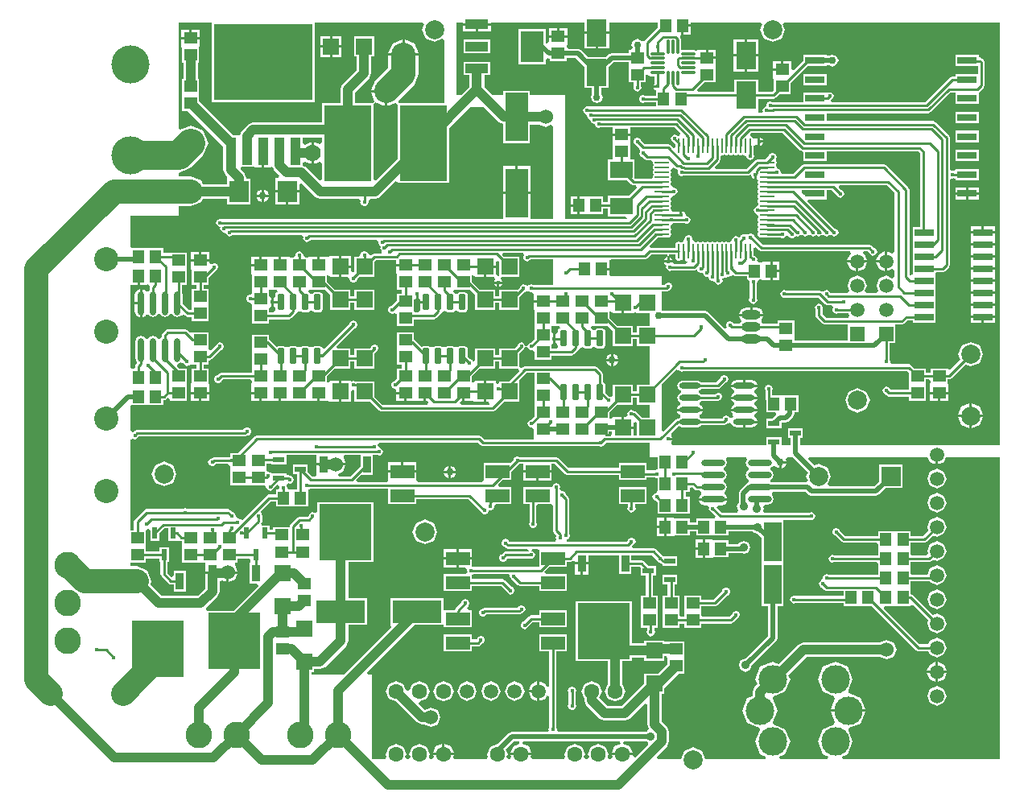
<source format=gtl>
%FSLAX25Y25*%
%MOIN*%
G70*
G01*
G75*
G04 Layer_Physical_Order=1*
G04 Layer_Color=255*
%ADD10R,0.09449X0.07087*%
%ADD11O,0.02756X0.09843*%
%ADD12R,0.03937X0.11417*%
%ADD13R,0.40945X0.31496*%
%ADD14R,0.05512X0.04724*%
%ADD15R,0.04724X0.05512*%
%ADD16R,0.21654X0.23228*%
%ADD17R,0.03543X0.07087*%
%ADD18R,0.04528X0.02362*%
%ADD19R,0.06693X0.06693*%
%ADD20R,0.09252X0.20276*%
%ADD21R,0.07992X0.08976*%
%ADD22R,0.09843X0.05512*%
%ADD23R,0.06693X0.06693*%
%ADD24R,0.19685X0.31496*%
%ADD25R,0.09449X0.03937*%
%ADD26R,0.09449X0.12992*%
%ADD27R,0.08465X0.11221*%
G04:AMPARAMS|DCode=28|XSize=11.81mil|YSize=59.06mil|CornerRadius=2.95mil|HoleSize=0mil|Usage=FLASHONLY|Rotation=90.000|XOffset=0mil|YOffset=0mil|HoleType=Round|Shape=RoundedRectangle|*
%AMROUNDEDRECTD28*
21,1,0.01181,0.05315,0,0,90.0*
21,1,0.00591,0.05906,0,0,90.0*
1,1,0.00591,0.02658,0.00295*
1,1,0.00591,0.02658,-0.00295*
1,1,0.00591,-0.02658,-0.00295*
1,1,0.00591,-0.02658,0.00295*
%
%ADD28ROUNDEDRECTD28*%
G04:AMPARAMS|DCode=29|XSize=11.81mil|YSize=59.06mil|CornerRadius=2.95mil|HoleSize=0mil|Usage=FLASHONLY|Rotation=180.000|XOffset=0mil|YOffset=0mil|HoleType=Round|Shape=RoundedRectangle|*
%AMROUNDEDRECTD29*
21,1,0.01181,0.05315,0,0,180.0*
21,1,0.00591,0.05906,0,0,180.0*
1,1,0.00591,-0.00295,0.02658*
1,1,0.00591,0.00295,0.02658*
1,1,0.00591,0.00295,-0.02658*
1,1,0.00591,-0.00295,-0.02658*
%
%ADD29ROUNDEDRECTD29*%
%ADD30R,0.07874X0.03150*%
%ADD31R,0.07874X0.02992*%
%ADD32O,0.06102X0.00984*%
%ADD33O,0.00984X0.06102*%
%ADD34O,0.08858X0.02362*%
%ADD35O,0.09843X0.02756*%
%ADD36R,0.07284X0.16339*%
%ADD37R,0.02362X0.04528*%
%ADD38R,0.20276X0.09252*%
G04:AMPARAMS|DCode=39|XSize=25.59mil|YSize=64.96mil|CornerRadius=1.92mil|HoleSize=0mil|Usage=FLASHONLY|Rotation=0.000|XOffset=0mil|YOffset=0mil|HoleType=Round|Shape=RoundedRectangle|*
%AMROUNDEDRECTD39*
21,1,0.02559,0.06112,0,0,0.0*
21,1,0.02175,0.06496,0,0,0.0*
1,1,0.00384,0.01088,-0.03056*
1,1,0.00384,-0.01088,-0.03056*
1,1,0.00384,-0.01088,0.03056*
1,1,0.00384,0.01088,0.03056*
%
%ADD39ROUNDEDRECTD39*%
%ADD40C,0.01000*%
%ADD41C,0.04000*%
%ADD42C,0.02000*%
%ADD43C,0.10000*%
%ADD44C,0.12000*%
%ADD45C,0.07874*%
%ADD46O,0.07874X0.03937*%
%ADD47O,0.07874X0.03937*%
%ADD48C,0.10000*%
%ADD49C,0.05906*%
%ADD50R,0.05906X0.05906*%
%ADD51C,0.06299*%
%ADD52C,0.11000*%
%ADD53C,0.15748*%
%ADD54R,0.07284X0.07284*%
%ADD55C,0.07284*%
%ADD56R,0.07874X0.07874*%
%ADD57C,0.11811*%
%ADD58C,0.01500*%
%ADD59C,0.01600*%
%ADD60C,0.03500*%
%ADD61C,0.06000*%
%ADD62C,0.03000*%
%ADD63C,0.07000*%
G36*
X218134Y-106407D02*
X217722Y-107400D01*
X218214Y-108586D01*
X219400Y-109078D01*
X220586Y-108586D01*
X220743Y-108207D01*
X230000D01*
Y-118793D01*
X221653D01*
X221000Y-118522D01*
X220031Y-118923D01*
X219400Y-118978D01*
X218769Y-118923D01*
X217800Y-118522D01*
X216614Y-119014D01*
X216343Y-119667D01*
X215306Y-120704D01*
X207854D01*
Y-123443D01*
X206147D01*
Y-120704D01*
X199844D01*
X196556Y-117416D01*
Y-114894D01*
X196730Y-114740D01*
X197653Y-115134D01*
Y-115496D01*
X201500D01*
Y-111150D01*
X202000D01*
Y-110650D01*
X206347D01*
Y-109119D01*
X207306Y-108695D01*
X207854Y-109133D01*
Y-114957D01*
X207758Y-115146D01*
X207323Y-115263D01*
X206347Y-114494D01*
Y-111650D01*
X202500D01*
Y-115496D01*
X205645D01*
X206022Y-116422D01*
X205659Y-117300D01*
X209141D01*
X208778Y-116422D01*
X208473Y-116296D01*
X208672Y-115296D01*
X216146D01*
Y-107003D01*
X209843D01*
X209171Y-106331D01*
X209554Y-105407D01*
X217714D01*
X218134Y-106407D01*
D02*
G37*
G36*
X134358Y-59803D02*
X133358Y-60471D01*
X131100Y-59536D01*
Y-64200D01*
Y-68864D01*
X133358Y-67929D01*
X134358Y-68597D01*
Y-75165D01*
X133434Y-75547D01*
X127943Y-70057D01*
X126354Y-69399D01*
Y-68149D01*
X127354Y-67726D01*
X130100Y-68864D01*
Y-64200D01*
Y-59536D01*
X127354Y-60674D01*
X126354Y-60251D01*
Y-57631D01*
X134358D01*
Y-59803D01*
D02*
G37*
G36*
X332384Y-62966D02*
X332384Y-62966D01*
X332675Y-63087D01*
X333379Y-63378D01*
X333863Y-64201D01*
Y-67545D01*
X343337D01*
Y-63378D01*
X381217D01*
X381993Y-64154D01*
Y-94704D01*
X379050D01*
Y-99296D01*
X379050Y-99296D01*
Y-99296D01*
Y-99655D01*
X379050Y-99704D01*
X379050Y-99943D01*
X379050Y-100296D01*
D01*
Y-100296D01*
X379050D01*
Y-104296D01*
X379050D01*
Y-104704D01*
X379050D01*
Y-109296D01*
X379050D01*
Y-109704D01*
X379050D01*
Y-114236D01*
X378927Y-114353D01*
X378068Y-114746D01*
X377607Y-114397D01*
Y-79339D01*
X377195Y-78344D01*
X368026Y-69174D01*
X367031Y-68762D01*
X334124D01*
X333130Y-69174D01*
X329569Y-72735D01*
X324734D01*
X324305Y-72092D01*
X323813Y-70905D01*
X322808Y-70489D01*
X322926Y-70205D01*
X322453Y-69063D01*
X322380Y-69032D01*
X322710Y-68236D01*
X322300Y-67247D01*
X322493Y-66245D01*
X322678Y-65800D01*
X322186Y-64614D01*
X321000Y-64122D01*
X319814Y-64614D01*
X319543Y-65267D01*
X317981Y-66829D01*
X314790D01*
X313795Y-67241D01*
X310243Y-70793D01*
X297329D01*
X296946Y-69869D01*
X298979Y-67836D01*
X299391Y-66841D01*
Y-65581D01*
X299953Y-65206D01*
X300937Y-64798D01*
X301921Y-65206D01*
X302906Y-64798D01*
X303890Y-65206D01*
X304874Y-64798D01*
X305858Y-65206D01*
X306842Y-64798D01*
X307827Y-65206D01*
X308811Y-64798D01*
X309175Y-64949D01*
X310086Y-65364D01*
X310578Y-66550D01*
X311764Y-67041D01*
X312950Y-66550D01*
X313441Y-65364D01*
X313171Y-64710D01*
Y-61248D01*
X314094Y-60862D01*
X314162Y-60836D01*
X314900Y-61141D01*
Y-59400D01*
Y-57659D01*
X314022Y-58022D01*
X313996Y-58087D01*
X312913D01*
X312753Y-57700D01*
X312075Y-57419D01*
X311758Y-56434D01*
X312252Y-55807D01*
X325225D01*
X332384Y-62966D01*
D02*
G37*
G36*
X176771Y-10831D02*
X175873Y-13000D01*
X177374Y-16626D01*
X181000Y-18127D01*
X184000Y-16885D01*
X185000Y-17553D01*
Y-43452D01*
X166567D01*
X166226Y-43100D01*
X166026Y-42452D01*
X172639Y-35839D01*
X174478Y-31400D01*
Y-23923D01*
X174487Y-23900D01*
X161913D01*
X161922Y-23923D01*
Y-28800D01*
X156930Y-33791D01*
X156408Y-34008D01*
X154713Y-38100D01*
X161000D01*
Y-38600D01*
X161500D01*
Y-44887D01*
X164854Y-43498D01*
X165854Y-44166D01*
Y-66356D01*
X156642Y-75568D01*
X155642Y-75153D01*
Y-43734D01*
X156561Y-43256D01*
X160500Y-44887D01*
Y-39100D01*
X154713D01*
X156196Y-42681D01*
X155433Y-43452D01*
X148031D01*
Y-39055D01*
X153993Y-33093D01*
X154881Y-30950D01*
Y-24146D01*
X155997D01*
Y-15854D01*
X147704D01*
Y-24146D01*
X148820D01*
Y-29694D01*
X142857Y-35657D01*
X141969Y-37800D01*
Y-43452D01*
X134358D01*
Y-51569D01*
X105800D01*
X103657Y-52457D01*
X101164Y-54950D01*
X100366Y-56876D01*
X99383Y-56916D01*
X99383Y-56916D01*
X99383Y-56916D01*
X97659D01*
X83556Y-42813D01*
Y-40619D01*
X83556Y-40381D01*
Y-40000D01*
Y-39619D01*
X83556Y-39381D01*
Y-33294D01*
X83031D01*
Y-26706D01*
X83556D01*
Y-20819D01*
Y-20736D01*
X83756Y-19819D01*
Y-19806D01*
X83756Y-19464D01*
Y-16957D01*
X76244D01*
Y-19464D01*
X76244Y-19806D01*
Y-19819D01*
X76444Y-20736D01*
Y-20819D01*
Y-26706D01*
X76969D01*
Y-33294D01*
X76444D01*
Y-39381D01*
X76444Y-39619D01*
Y-40000D01*
Y-40381D01*
X76444Y-40619D01*
Y-46705D01*
X78876D01*
X93584Y-61413D01*
Y-63425D01*
Y-71014D01*
X94471Y-73157D01*
X95059Y-73745D01*
X95204Y-74712D01*
X95204D01*
X95204Y-74712D01*
Y-76969D01*
X85022D01*
X84439Y-75561D01*
X80000Y-73722D01*
X75000D01*
Y-72360D01*
X80204Y-70205D01*
X85204Y-65205D01*
X87360Y-60000D01*
X85204Y-54795D01*
X80000Y-52640D01*
X75832Y-54366D01*
X75000Y-53811D01*
Y-10000D01*
X87755D01*
X88727Y-10066D01*
X88728Y-11000D01*
Y-43162D01*
X131272D01*
Y-11000D01*
X131272Y-10066D01*
X132245Y-10000D01*
X176215D01*
X176771Y-10831D01*
D02*
G37*
G36*
X174300Y-124351D02*
X175122Y-124901D01*
Y-125378D01*
X177500D01*
Y-126378D01*
X175122D01*
Y-128934D01*
X175206Y-129136D01*
X174538Y-130136D01*
X173147D01*
X172556Y-129381D01*
X172556Y-128619D01*
X172556Y-128523D01*
X172556Y-128381D01*
D01*
Y-128381D01*
X172556D01*
Y-124933D01*
X173300Y-124436D01*
Y-122600D01*
X174300D01*
Y-124351D01*
D02*
G37*
G36*
X264854Y-168296D02*
X270000D01*
Y-173704D01*
X266844D01*
X264345Y-171205D01*
X263832Y-170993D01*
X263825Y-170975D01*
X262600Y-170468D01*
X261375Y-170975D01*
X260868Y-172200D01*
X260994Y-172504D01*
X260326Y-173504D01*
X259500D01*
Y-177350D01*
X263347D01*
Y-175820D01*
X264306Y-175396D01*
X264854Y-175834D01*
Y-181193D01*
X263347D01*
Y-178350D01*
X259000D01*
Y-177850D01*
X258500D01*
Y-173504D01*
X254654D01*
Y-173866D01*
X253730Y-174260D01*
X253556Y-174106D01*
Y-171584D01*
X256843Y-168296D01*
X263146D01*
Y-165557D01*
X264854D01*
Y-168296D01*
D02*
G37*
G36*
X104930Y-232569D02*
X104819Y-233575D01*
X104405Y-233743D01*
X104405D01*
Y-242430D01*
X107578D01*
X107960Y-243354D01*
X97689Y-253625D01*
X86767D01*
X86553Y-253180D01*
X86461Y-252625D01*
X91167Y-247919D01*
X92054Y-245776D01*
Y-241522D01*
X93054Y-241158D01*
X94900Y-241922D01*
Y-237800D01*
X95400D01*
Y-237300D01*
X99523D01*
X98462Y-234738D01*
X98335Y-234686D01*
X98531Y-233705D01*
X99556D01*
Y-231950D01*
X104312D01*
X104930Y-232569D01*
D02*
G37*
G36*
X207778Y-51395D02*
X209574Y-52139D01*
Y-60190D01*
X220426D01*
Y-52283D01*
X224535D01*
X227148Y-53365D01*
X229169Y-52528D01*
X230000Y-53084D01*
Y-91593D01*
X220626D01*
Y-81248D01*
X209374D01*
Y-91593D01*
X92853D01*
X92200Y-91322D01*
X91014Y-91814D01*
X90522Y-93000D01*
X91014Y-94186D01*
X92200Y-94678D01*
X92357Y-94834D01*
X92122Y-95400D01*
X92614Y-96586D01*
X93800Y-97078D01*
X94750Y-97549D01*
X95014Y-98186D01*
X96200Y-98678D01*
X97386Y-98186D01*
X97461Y-98007D01*
X126017D01*
X126685Y-99007D01*
X126522Y-99400D01*
X127014Y-100586D01*
X128200Y-101078D01*
X129386Y-100586D01*
X129626Y-100007D01*
X157234D01*
X157789Y-100839D01*
X157722Y-101000D01*
X158214Y-102186D01*
X158253Y-102203D01*
X158636Y-103127D01*
X158522Y-103400D01*
X159014Y-104586D01*
X159150Y-104643D01*
X158951Y-105643D01*
X156100D01*
X155105Y-106055D01*
X155105Y-106055D01*
X154656Y-106504D01*
X153619Y-106127D01*
X153225Y-105175D01*
X152000Y-104668D01*
X150775Y-105175D01*
X150268Y-106400D01*
X149865Y-107003D01*
X147854D01*
Y-113014D01*
X147342Y-113411D01*
X146346Y-112962D01*
Y-111650D01*
X142500D01*
Y-115496D01*
X145198D01*
X145668Y-116200D01*
X146175Y-117425D01*
X147400Y-117932D01*
X148625Y-117425D01*
X149132Y-116200D01*
X149075Y-116064D01*
X149844Y-115296D01*
X156147D01*
Y-108993D01*
X156682Y-108457D01*
X165244D01*
Y-109957D01*
X169000D01*
Y-110957D01*
X165244D01*
Y-113453D01*
X165244Y-113819D01*
X165244Y-113819D01*
X165443Y-114379D01*
X165444Y-114381D01*
X165444D01*
X165444Y-114381D01*
Y-120705D01*
X167593D01*
Y-122294D01*
X165444D01*
Y-124966D01*
X162959Y-127451D01*
X162175Y-127775D01*
X161668Y-129000D01*
X162175Y-130225D01*
X163400Y-130732D01*
X164444Y-130299D01*
X165444Y-130712D01*
Y-135705D01*
X172556D01*
Y-132950D01*
X180857D01*
X181852Y-132538D01*
X183495Y-130895D01*
X183714Y-130367D01*
X184347Y-129693D01*
Y-129693D01*
X185271Y-129423D01*
X185541D01*
X185653Y-129693D01*
X186412Y-130008D01*
X188588D01*
X189347Y-129693D01*
X189459Y-129423D01*
X190541D01*
X190653Y-129693D01*
X191412Y-130008D01*
X193588D01*
X194347Y-129693D01*
X194661Y-128934D01*
Y-122822D01*
X194347Y-122063D01*
X193588Y-121748D01*
X191412D01*
X190653Y-122063D01*
X190541Y-122333D01*
X189459D01*
X189347Y-122063D01*
X188725Y-121805D01*
X188642Y-121565D01*
X189127Y-120705D01*
X189444Y-120705D01*
X189489Y-120705D01*
X189556Y-120705D01*
D01*
X189556D01*
Y-120705D01*
X195865D01*
X197854Y-122694D01*
Y-128997D01*
X206147D01*
Y-126258D01*
X207854D01*
Y-128997D01*
X216146D01*
Y-123844D01*
X218333Y-121657D01*
X218769Y-121476D01*
X219400Y-121422D01*
X220031Y-121476D01*
X221000Y-121878D01*
X221403Y-121711D01*
X222244Y-122323D01*
Y-124957D01*
X226000D01*
Y-125957D01*
X222244D01*
Y-128453D01*
X222244Y-128819D01*
X222244Y-128819D01*
X222443Y-129379D01*
X222444Y-129381D01*
X222444D01*
X222444Y-129381D01*
Y-135705D01*
X222444D01*
X222444Y-136294D01*
X222444D01*
Y-141023D01*
X220816Y-142651D01*
X220032Y-142975D01*
X219602Y-144015D01*
X218601D01*
X218186Y-143014D01*
X217000Y-142522D01*
X215814Y-143014D01*
X215543Y-143667D01*
X214207Y-145003D01*
X207854D01*
Y-147742D01*
X206147D01*
Y-145003D01*
X197854D01*
Y-150151D01*
X196853Y-150350D01*
X196625Y-149797D01*
X195841Y-149473D01*
X194661Y-148293D01*
Y-145066D01*
X194347Y-144307D01*
X193588Y-143992D01*
X191412D01*
X190653Y-144307D01*
X190541Y-144577D01*
X189459D01*
X189347Y-144307D01*
X188588Y-143992D01*
X186412D01*
X185653Y-144307D01*
X185541Y-144577D01*
X184459D01*
X184347Y-144307D01*
X183588Y-143992D01*
X181412D01*
X180653Y-144307D01*
X180541Y-144577D01*
X179459D01*
X179347Y-144307D01*
X178588Y-143992D01*
X176412D01*
X175668Y-144300D01*
X172830Y-141462D01*
X172556Y-141348D01*
Y-138294D01*
X165444D01*
Y-144381D01*
X165444Y-144619D01*
Y-145000D01*
Y-145381D01*
X165444Y-145619D01*
Y-151706D01*
X167593D01*
Y-153295D01*
X165444D01*
Y-157466D01*
X164259Y-158651D01*
X163475Y-158975D01*
X162968Y-160200D01*
X163475Y-161425D01*
X164700Y-161932D01*
X165244Y-162295D01*
Y-163043D01*
X169000D01*
Y-163543D01*
X169500D01*
Y-166905D01*
X172244D01*
X172756Y-166905D01*
X173000D01*
X173244D01*
X173756Y-166905D01*
X176500D01*
Y-163543D01*
X177500D01*
Y-166905D01*
X178040D01*
X178416Y-167393D01*
X177938Y-168393D01*
X159532D01*
X156147Y-165007D01*
Y-158704D01*
X147969D01*
X147400Y-158468D01*
X146717Y-158751D01*
X146346Y-158504D01*
Y-158504D01*
X142500D01*
Y-162850D01*
Y-167197D01*
X146346D01*
Y-162708D01*
X147245Y-162151D01*
X147854Y-162492D01*
Y-166997D01*
X154156D01*
X157955Y-170795D01*
X158950Y-171207D01*
X205050D01*
X206045Y-170795D01*
X209843Y-166997D01*
X216146D01*
Y-158704D01*
X216146Y-158704D01*
X216146D01*
X216533Y-157857D01*
X219183Y-155207D01*
X222444D01*
Y-160619D01*
X222444D01*
Y-161381D01*
X222444D01*
Y-167706D01*
X222444D01*
X222444Y-168295D01*
X222444D01*
Y-173023D01*
X220816Y-174651D01*
X220032Y-174975D01*
X219525Y-176200D01*
X220032Y-177425D01*
X221257Y-177932D01*
X221413Y-177867D01*
X222244Y-178423D01*
Y-181905D01*
X222244D01*
X221972Y-182793D01*
X201583D01*
X200395Y-181605D01*
X199400Y-181193D01*
X107400D01*
X106405Y-181605D01*
X106405Y-181605D01*
X99716Y-188294D01*
X96444D01*
Y-189955D01*
X96216Y-190050D01*
X89743D01*
X88748Y-190462D01*
X88559Y-190651D01*
X87775Y-190975D01*
X87268Y-192200D01*
X87775Y-193425D01*
X89000Y-193932D01*
X90225Y-193425D01*
X90457Y-192864D01*
X95483D01*
X96444Y-193769D01*
Y-194381D01*
X96444Y-194619D01*
Y-195000D01*
Y-195381D01*
X96444Y-195619D01*
Y-201706D01*
X103556D01*
Y-201706D01*
X104444D01*
Y-201706D01*
X110864D01*
X111268Y-202311D01*
X111775Y-203536D01*
X113000Y-204043D01*
X114225Y-203536D01*
X114549Y-202752D01*
X115918Y-201383D01*
X116184Y-201435D01*
X116796Y-202572D01*
X116725Y-202743D01*
X116257Y-203444D01*
X115295D01*
Y-205593D01*
X112457D01*
X111462Y-206005D01*
X101514Y-215952D01*
X100625Y-215775D01*
X99447Y-215287D01*
X99388Y-215254D01*
X98701Y-214475D01*
X98732Y-214400D01*
X98225Y-213175D01*
X97441Y-212851D01*
X96595Y-212005D01*
X95600Y-211593D01*
X78584D01*
X77800Y-211268D01*
X77016Y-211593D01*
X61800D01*
X61800Y-211593D01*
X60805Y-212005D01*
X57005Y-215805D01*
X56593Y-216800D01*
Y-220294D01*
X55000D01*
Y-182756D01*
X56000Y-182318D01*
X57000Y-182732D01*
X58225Y-182225D01*
X58480Y-181607D01*
X102600D01*
X103595Y-181195D01*
X103841Y-180949D01*
X104625Y-180625D01*
X105132Y-179400D01*
X104625Y-178175D01*
X103400Y-177668D01*
X102175Y-178175D01*
X101920Y-178793D01*
X57800D01*
X56805Y-179205D01*
X56559Y-179451D01*
X56000Y-179682D01*
X55000Y-179244D01*
Y-169434D01*
X55295Y-168556D01*
X61381D01*
X61619Y-168556D01*
X62000D01*
X62381D01*
X62619Y-168556D01*
X68705D01*
Y-166407D01*
X69000D01*
X69995Y-165995D01*
X70444Y-165546D01*
X71444Y-165960D01*
Y-166706D01*
X78556D01*
Y-160381D01*
X78556D01*
Y-159619D01*
X78556D01*
Y-153295D01*
X75284D01*
X74460Y-152470D01*
X74819Y-151414D01*
X76127Y-150873D01*
X76528Y-150983D01*
X77112Y-151188D01*
X77375Y-151825D01*
X78600Y-152332D01*
X79213Y-152078D01*
X80149Y-151783D01*
X80159Y-151782D01*
X81127Y-151706D01*
X81300Y-151706D01*
X81377Y-151706D01*
Y-151706D01*
X82593D01*
Y-153295D01*
X80444D01*
Y-159181D01*
Y-159264D01*
X80244Y-160181D01*
Y-160194D01*
X80244Y-160536D01*
Y-163043D01*
X87756D01*
Y-160536D01*
X87756Y-160194D01*
Y-160181D01*
X87556Y-159264D01*
Y-159181D01*
Y-153295D01*
X85407D01*
Y-151706D01*
X87556D01*
Y-149950D01*
X87857D01*
X88852Y-149538D01*
X92733Y-145657D01*
X93386Y-145386D01*
X93878Y-144200D01*
X93386Y-143014D01*
X92200Y-142522D01*
X91014Y-143014D01*
X90743Y-143667D01*
X88480Y-145930D01*
X87556Y-145548D01*
X87556Y-145381D01*
Y-145000D01*
Y-144619D01*
X87556Y-144381D01*
Y-138294D01*
X80444D01*
X80444Y-138294D01*
Y-138294D01*
X79497Y-138307D01*
X78795Y-137605D01*
X77800Y-137193D01*
X70600D01*
X69605Y-137605D01*
X69605Y-137605D01*
X68505Y-138705D01*
X68093Y-139700D01*
Y-140328D01*
X67833Y-140435D01*
X67541Y-141140D01*
X66459D01*
X66167Y-140435D01*
X64500Y-139745D01*
X62833Y-140435D01*
X62541Y-141140D01*
X61459D01*
X61167Y-140435D01*
X59500Y-139745D01*
X57833Y-140435D01*
X57143Y-142102D01*
Y-149189D01*
X57833Y-150856D01*
X57853Y-150957D01*
X57462Y-151348D01*
X57050Y-152343D01*
Y-152737D01*
X56343Y-153444D01*
X56000D01*
X55295Y-153444D01*
X55000Y-152566D01*
D01*
Y-119717D01*
X55094Y-118756D01*
X56000Y-118756D01*
X57957D01*
Y-115000D01*
X58957D01*
Y-118756D01*
X61464D01*
X61806Y-118756D01*
X61819D01*
X62589Y-118588D01*
X63235Y-119556D01*
X63093Y-119900D01*
Y-120771D01*
X62491Y-121408D01*
X61445Y-121292D01*
X61320Y-120991D01*
X60000Y-120444D01*
Y-126354D01*
Y-132264D01*
X61320Y-131718D01*
X61567Y-131121D01*
X62649D01*
X62833Y-131565D01*
X64500Y-132255D01*
X66167Y-131565D01*
X66459Y-130860D01*
X67541D01*
X67833Y-131565D01*
X69500Y-132255D01*
X71167Y-131565D01*
X71459Y-130860D01*
X72541D01*
X72833Y-131565D01*
X74500Y-132255D01*
X76167Y-131565D01*
X76278Y-131298D01*
X77258Y-131103D01*
X77694Y-131538D01*
X78689Y-131950D01*
X80444D01*
Y-133705D01*
X87556D01*
Y-127619D01*
X87556Y-127381D01*
Y-127000D01*
Y-126619D01*
X87556Y-126381D01*
Y-120294D01*
X85407D01*
Y-118705D01*
X87556D01*
Y-115634D01*
X90333Y-112857D01*
X90986Y-112586D01*
X91478Y-111400D01*
X90986Y-110214D01*
X89800Y-109722D01*
X88756Y-110155D01*
X87756Y-109765D01*
Y-108957D01*
X80244D01*
Y-111819D01*
X80244D01*
Y-111819D01*
X80244Y-111819D01*
X80444Y-112736D01*
D01*
Y-118705D01*
X82593D01*
Y-120294D01*
X80444D01*
Y-126381D01*
X80444Y-126619D01*
Y-127000D01*
Y-127381D01*
X80444Y-127619D01*
Y-129136D01*
X79272D01*
X76857Y-126722D01*
Y-122811D01*
X76407Y-121724D01*
Y-118705D01*
X78556D01*
Y-112619D01*
X78556Y-112381D01*
Y-112000D01*
Y-111619D01*
X78556Y-111381D01*
Y-105295D01*
X71444D01*
Y-105593D01*
X68705D01*
Y-103444D01*
X62619D01*
X62381Y-103444D01*
X62000D01*
X61619D01*
X61381Y-103444D01*
X55295D01*
X55000Y-102566D01*
Y-90000D01*
X75000D01*
Y-86278D01*
X80000D01*
X84439Y-84439D01*
X85022Y-83031D01*
X95204D01*
Y-85288D01*
X104796D01*
Y-74712D01*
X103031D01*
Y-74400D01*
X102143Y-72257D01*
X100820Y-70934D01*
X101234Y-69934D01*
X106076D01*
Y-69934D01*
X107032Y-70040D01*
Y-70134D01*
X109500D01*
Y-63425D01*
X110500D01*
Y-70134D01*
X112969D01*
X112969Y-70134D01*
X112969Y-70134D01*
X112969Y-70134D01*
X113887Y-69938D01*
X113924Y-69934D01*
X114312Y-70773D01*
X114550Y-71348D01*
X116714Y-73512D01*
X116300Y-74512D01*
X115004D01*
Y-79500D01*
X124996D01*
Y-76989D01*
X125920Y-76606D01*
X131657Y-82343D01*
X133800Y-83231D01*
X149672D01*
X150338Y-84231D01*
X150268Y-84400D01*
X150775Y-85625D01*
X152000Y-86132D01*
X153225Y-85625D01*
X153732Y-84400D01*
X153662Y-84231D01*
X154328Y-83231D01*
X156296D01*
X158439Y-82343D01*
X164930Y-75853D01*
X165854Y-76235D01*
Y-76548D01*
X187139D01*
Y-53644D01*
X195782Y-45000D01*
X201383D01*
X207778Y-51395D01*
D02*
G37*
G36*
X70759Y-224635D02*
X74721D01*
X74721Y-224635D01*
X75719Y-224641D01*
X76257Y-224864D01*
X76444D01*
Y-226619D01*
X76444D01*
Y-227381D01*
X76444D01*
Y-233705D01*
X83556D01*
Y-233705D01*
X84444D01*
Y-233705D01*
X86252D01*
Y-237461D01*
X86200Y-237587D01*
X89024D01*
Y-238587D01*
X85993D01*
Y-244521D01*
X82945Y-247569D01*
X67992D01*
X63318Y-242895D01*
X63902Y-241487D01*
X62063Y-237048D01*
X57624Y-235209D01*
X55000D01*
Y-233705D01*
X61556D01*
Y-231950D01*
X67019D01*
Y-233493D01*
X67593D01*
Y-238600D01*
X68005Y-239595D01*
X70892Y-242482D01*
X70892Y-242482D01*
X71887Y-242894D01*
X73005D01*
Y-245830D01*
X78148D01*
Y-237143D01*
X73005D01*
Y-239201D01*
X72005Y-239615D01*
X70407Y-238017D01*
Y-233493D01*
X70981D01*
Y-227365D01*
X67019D01*
Y-229136D01*
X61556D01*
Y-227381D01*
X61556D01*
Y-226619D01*
X61556D01*
Y-220456D01*
X61648Y-220107D01*
X61664Y-220076D01*
X62326Y-219887D01*
X63279Y-220588D01*
Y-224635D01*
X67241D01*
Y-221580D01*
X69414Y-219407D01*
X70759D01*
Y-224635D01*
D02*
G37*
G36*
X150405Y-193668D02*
X146080Y-197993D01*
X141334D01*
X141135Y-196993D01*
X143175Y-196148D01*
X144236Y-193587D01*
X140113D01*
Y-192587D01*
X144236D01*
X143271Y-190257D01*
X143713Y-189257D01*
X150405D01*
Y-193668D01*
D02*
G37*
G36*
X280450Y-70335D02*
X281225Y-70656D01*
X281615Y-71162D01*
X281856Y-71747D01*
X281668Y-72200D01*
X282175Y-73425D01*
X283400Y-73932D01*
X284184Y-73607D01*
X310826D01*
X311821Y-73195D01*
X312012Y-73233D01*
X312486Y-74378D01*
X313364Y-74741D01*
Y-73000D01*
X314364D01*
Y-74886D01*
X315027Y-75549D01*
X314794Y-76110D01*
X315202Y-77095D01*
X314794Y-78079D01*
X315202Y-79063D01*
X314794Y-80047D01*
X315202Y-81032D01*
X314794Y-82016D01*
X315202Y-83000D01*
X314794Y-83984D01*
X315202Y-84969D01*
X315057Y-85320D01*
X314794Y-85953D01*
X314005Y-86606D01*
X313692Y-86735D01*
X313201Y-87921D01*
X313692Y-89108D01*
X314005Y-89237D01*
X314794Y-89890D01*
X315057Y-90523D01*
X315202Y-90874D01*
X314794Y-91858D01*
X315202Y-92843D01*
X314794Y-93827D01*
X315202Y-94811D01*
X314794Y-95795D01*
X315202Y-96780D01*
X314794Y-97764D01*
X315204Y-98753D01*
X316193Y-99162D01*
X318731D01*
X318752Y-99171D01*
X324259D01*
X325000Y-99478D01*
X326186Y-98986D01*
X326361Y-98565D01*
X327540Y-98330D01*
X327543Y-98333D01*
X327814Y-98986D01*
X329000Y-99478D01*
X330186Y-98986D01*
X330203Y-98947D01*
X331126Y-98564D01*
X331400Y-98678D01*
X332369Y-98277D01*
X333000Y-98222D01*
X333631Y-98277D01*
X334600Y-98678D01*
X335786Y-98186D01*
X336614Y-98186D01*
X337800Y-98678D01*
X338986Y-98186D01*
X339014Y-98186D01*
X340200Y-98678D01*
X341169Y-98277D01*
X341889Y-98214D01*
X342320Y-98238D01*
X342626Y-98357D01*
X343400Y-98678D01*
X344380Y-98272D01*
X344435Y-98255D01*
X344958Y-98218D01*
X345631Y-98277D01*
X346600Y-98678D01*
X347786Y-98186D01*
X348278Y-97000D01*
X347786Y-95814D01*
X346619Y-95330D01*
X335506Y-84217D01*
X335889Y-83293D01*
X343337D01*
Y-79450D01*
X345460D01*
X347543Y-81533D01*
X347814Y-82186D01*
X349000Y-82678D01*
X350186Y-82186D01*
X350678Y-81000D01*
X350186Y-79814D01*
X349533Y-79543D01*
X348431Y-78441D01*
X348814Y-77517D01*
X368327D01*
X371593Y-80783D01*
Y-105236D01*
X370593Y-105796D01*
X368500Y-104929D01*
Y-109000D01*
Y-113071D01*
X370593Y-112204D01*
X371593Y-112764D01*
Y-115542D01*
X370593Y-116012D01*
X368000Y-114938D01*
X365128Y-116128D01*
X363938Y-119000D01*
X364763Y-120993D01*
X364095Y-121993D01*
X359905D01*
X359237Y-120993D01*
X360062Y-119000D01*
X358872Y-116128D01*
X356000Y-114938D01*
X353128Y-116128D01*
X351938Y-119000D01*
X352764Y-120993D01*
X352095Y-121993D01*
X344826D01*
X344586Y-121414D01*
X343400Y-120922D01*
X342214Y-121414D01*
X342192Y-121467D01*
X341496Y-121605D01*
X340501Y-121193D01*
X326453D01*
X325800Y-120922D01*
X324614Y-121414D01*
X324122Y-122600D01*
X324614Y-123786D01*
X325800Y-124278D01*
X326453Y-124007D01*
X339918D01*
X342706Y-126795D01*
X342706Y-126795D01*
X343701Y-127207D01*
X345514D01*
X346051Y-128207D01*
X345722Y-129000D01*
X346214Y-130186D01*
X347400Y-130678D01*
X348053Y-130407D01*
X352521D01*
X352929Y-131393D01*
X352342Y-132393D01*
X343183D01*
X341607Y-130817D01*
Y-128853D01*
X341878Y-128200D01*
X341386Y-127014D01*
X340200Y-126522D01*
X339014Y-127014D01*
X338522Y-128200D01*
X338793Y-128853D01*
Y-131400D01*
X339205Y-132395D01*
X341605Y-134795D01*
X342600Y-135207D01*
X351264D01*
X352247Y-135247D01*
X352247Y-136207D01*
Y-141804D01*
X330156D01*
Y-140581D01*
X330156D01*
Y-139819D01*
X330156D01*
Y-133494D01*
X323044D01*
Y-134793D01*
X316897D01*
X316347Y-133890D01*
X316585Y-133122D01*
X317175Y-131700D01*
X307225D01*
X307815Y-133122D01*
X308053Y-133890D01*
X307503Y-134793D01*
X304826D01*
X304586Y-134214D01*
X303400Y-133722D01*
X302214Y-134214D01*
X301722Y-135400D01*
X302113Y-136344D01*
X301265Y-136910D01*
X294378Y-130022D01*
X293000Y-129452D01*
X275107D01*
X275000Y-129408D01*
Y-121607D01*
X277000D01*
X277995Y-121195D01*
X278333Y-120857D01*
X278986Y-120586D01*
X279478Y-119400D01*
X278986Y-118214D01*
X277800Y-117722D01*
X276614Y-118214D01*
X276374Y-118793D01*
X275000D01*
Y-115000D01*
X254213D01*
X253505Y-114293D01*
Y-112700D01*
X250143D01*
Y-111700D01*
X253505D01*
Y-108444D01*
X254407Y-108207D01*
X268000D01*
X268995Y-107795D01*
X270631Y-106159D01*
X277342D01*
X277453Y-106718D01*
X278147D01*
X278258Y-106159D01*
X280838D01*
Y-107311D01*
X281247Y-108300D01*
X282236Y-108710D01*
X283032Y-108380D01*
X283063Y-108453D01*
X283705Y-108719D01*
Y-104752D01*
X284705D01*
Y-108719D01*
X284860Y-108655D01*
X285798Y-109107D01*
X285114Y-109993D01*
X280237D01*
X279908Y-109500D01*
X276059D01*
X276422Y-110378D01*
X277210Y-110704D01*
X276922Y-111400D01*
X277414Y-112586D01*
X278600Y-113078D01*
X279253Y-112807D01*
X288583D01*
X289578Y-112395D01*
X289823Y-112444D01*
X290214Y-113386D01*
X291400Y-113878D01*
X291966Y-113643D01*
X292122Y-113800D01*
X292614Y-114986D01*
X293800Y-115478D01*
X293869Y-115449D01*
X294338Y-115584D01*
X294829Y-116771D01*
X296016Y-117262D01*
X296219Y-117178D01*
X297165Y-117587D01*
X297414Y-118186D01*
X298600Y-118678D01*
X299786Y-118186D01*
X300278Y-117000D01*
X300043Y-116434D01*
X300200Y-116278D01*
X301386Y-115786D01*
X301403Y-115747D01*
X302326Y-115364D01*
X302600Y-115478D01*
X303786Y-114986D01*
X303796Y-114962D01*
X304545Y-114813D01*
X304927Y-114846D01*
X305800Y-115207D01*
X305800Y-115207D01*
X310295D01*
Y-116556D01*
X310798D01*
X311333Y-117356D01*
X311593Y-117985D01*
Y-124216D01*
X311268Y-125000D01*
X311775Y-126225D01*
X313000Y-126732D01*
X314225Y-126225D01*
X314732Y-125000D01*
X314407Y-124216D01*
Y-118295D01*
X314796Y-117356D01*
X315331Y-116556D01*
X316181D01*
X316264D01*
X317181Y-116756D01*
X317194D01*
X317536Y-116756D01*
X320043D01*
Y-113000D01*
Y-109244D01*
X317536D01*
X317194Y-109244D01*
X317181D01*
X316264Y-109444D01*
X316181D01*
X315245D01*
X314577Y-108444D01*
X314678Y-108200D01*
X314186Y-107014D01*
X313533Y-106743D01*
X313171Y-106381D01*
Y-104752D01*
X313162Y-104731D01*
Y-103537D01*
X314086Y-103154D01*
X315327Y-104395D01*
X316322Y-104807D01*
X353231D01*
X353426Y-105788D01*
X352975Y-105975D01*
X351929Y-108500D01*
X360071D01*
X359025Y-105975D01*
X358574Y-105788D01*
X358769Y-104807D01*
X360417D01*
X361143Y-105533D01*
X361414Y-106186D01*
X362600Y-106678D01*
X363786Y-106186D01*
X364278Y-105000D01*
X363786Y-103814D01*
X363133Y-103543D01*
X361995Y-102405D01*
X361000Y-101993D01*
X316905D01*
X313343Y-98431D01*
X313072Y-97777D01*
X311886Y-97286D01*
X310700Y-97777D01*
X309546Y-97948D01*
X309000Y-97722D01*
X307814Y-98214D01*
X307720Y-98440D01*
X307045Y-99072D01*
X305858Y-98581D01*
X304672Y-99072D01*
X304181Y-100258D01*
X303404Y-100996D01*
X302906Y-101202D01*
X301921Y-100794D01*
X300937Y-101202D01*
X299953Y-100794D01*
X298969Y-101202D01*
X297984Y-100794D01*
X297000Y-101202D01*
X296016Y-100794D01*
X295031Y-101202D01*
X294047Y-100794D01*
X293063Y-101202D01*
X292079Y-100794D01*
X291094Y-101202D01*
X290110Y-100794D01*
X289126Y-101202D01*
X288501Y-100943D01*
X287865Y-99871D01*
Y-99870D01*
X287905Y-99773D01*
X287398Y-98549D01*
X286173Y-98041D01*
X284949Y-98549D01*
X284441Y-99773D01*
X284441D01*
X284441D01*
X284051Y-100642D01*
X283063Y-101051D01*
X283032Y-101124D01*
X282236Y-100794D01*
X281247Y-101204D01*
X280838Y-102193D01*
Y-103345D01*
X270523D01*
X270109Y-102345D01*
X273283Y-99171D01*
X275248D01*
X275269Y-99162D01*
X277807D01*
X278796Y-98753D01*
X279206Y-97764D01*
X278798Y-96780D01*
X279206Y-95795D01*
X278798Y-94811D01*
X279206Y-93827D01*
X280055Y-93265D01*
X284558D01*
X285342Y-93590D01*
X286566Y-93083D01*
X287074Y-91858D01*
X286566Y-90634D01*
X285885Y-90351D01*
X285048Y-89758D01*
X284478Y-88381D01*
X283600Y-88017D01*
Y-89758D01*
X282600D01*
Y-88017D01*
X281722Y-88381D01*
X281714Y-88401D01*
X279526D01*
X279206Y-87921D01*
X278798Y-86937D01*
X279206Y-85953D01*
X278798Y-84969D01*
X279206Y-83984D01*
X278798Y-83000D01*
X279049Y-82394D01*
X280047Y-81725D01*
X281234Y-81234D01*
X281725Y-80047D01*
X281234Y-78861D01*
X280047Y-78369D01*
X279049Y-77701D01*
X278798Y-77095D01*
X279206Y-76110D01*
X278798Y-75126D01*
X279206Y-74142D01*
X278798Y-73158D01*
X279206Y-72173D01*
X278859Y-71337D01*
X279271Y-70356D01*
X280196Y-70081D01*
X280450Y-70335D01*
D02*
G37*
G36*
X335607Y-196323D02*
X334912Y-198000D01*
X335608Y-199679D01*
X334887Y-200552D01*
X320177D01*
X320151Y-200541D01*
Y-199459D01*
X320856Y-199167D01*
X321546Y-197500D01*
X320856Y-195833D01*
X320151Y-195541D01*
Y-194459D01*
X320856Y-194167D01*
X321041Y-193720D01*
X322124D01*
X322287Y-194113D01*
X323700Y-194699D01*
Y-192200D01*
X324200D01*
Y-191700D01*
X326699D01*
X326409Y-191000D01*
X327077Y-190000D01*
X329284D01*
X335607Y-196323D01*
D02*
G37*
G36*
X270000Y-190000D02*
X273294D01*
Y-195071D01*
X273000Y-195268D01*
X272216Y-195593D01*
X268721D01*
Y-192444D01*
X257279D01*
Y-194593D01*
X236583D01*
X232395Y-190405D01*
X231400Y-189993D01*
X216184D01*
X215400Y-189668D01*
X214175Y-190175D01*
X213851Y-190959D01*
X212366Y-192444D01*
X201279D01*
Y-199556D01*
X201279Y-199556D01*
X201279D01*
X201279Y-199556D01*
X200885Y-200393D01*
X174287D01*
X173551Y-199756D01*
X173551Y-199393D01*
Y-196500D01*
X161709D01*
Y-199393D01*
X161709Y-199756D01*
X160972Y-200393D01*
X160972Y-200393D01*
X148967D01*
X148584Y-199469D01*
X150623Y-197430D01*
X155548D01*
Y-189257D01*
X157296D01*
X157949Y-189528D01*
X159135Y-189036D01*
X159627Y-187850D01*
X159135Y-186664D01*
X158680Y-186475D01*
X157878Y-185800D01*
X157549Y-185007D01*
X158086Y-184007D01*
X198817D01*
X200005Y-185195D01*
X201000Y-185607D01*
X249016D01*
X249800Y-185932D01*
X251025Y-185425D01*
X251349Y-184641D01*
X251983Y-184007D01*
X270000D01*
Y-190000D01*
D02*
G37*
G36*
X389500Y-193071D02*
X392025Y-192025D01*
X392864Y-190000D01*
X415000D01*
Y-315000D01*
X349998D01*
X349803Y-314019D01*
X352077Y-313077D01*
X354203Y-307945D01*
X352320Y-303398D01*
X352319Y-303356D01*
X352309Y-302642D01*
X352829Y-302258D01*
X357592Y-300285D01*
X359574Y-295500D01*
X345040D01*
X346806Y-299763D01*
X346360Y-300930D01*
X341813Y-302813D01*
X339687Y-307945D01*
X341813Y-313077D01*
X344087Y-314019D01*
X343892Y-315000D01*
X324108D01*
X323913Y-314019D01*
X326187Y-313077D01*
X328313Y-307945D01*
X326187Y-302813D01*
X321424Y-300840D01*
X320978Y-299763D01*
X322951Y-295000D01*
X320978Y-290237D01*
X321424Y-289160D01*
X326187Y-287187D01*
X328313Y-282055D01*
X327586Y-280300D01*
X335055Y-272831D01*
X365587D01*
X368200Y-273913D01*
X371108Y-272708D01*
X372313Y-269800D01*
X371108Y-266892D01*
X368200Y-265687D01*
X365587Y-266769D01*
X333800D01*
X331657Y-267657D01*
X323503Y-275811D01*
X321055Y-274797D01*
X315923Y-276923D01*
X313797Y-282055D01*
X314667Y-284156D01*
X313550Y-285274D01*
X312662Y-287417D01*
Y-288997D01*
X310561Y-289868D01*
X308435Y-295000D01*
X310561Y-300132D01*
X315324Y-302105D01*
X315719Y-302572D01*
X315770Y-303182D01*
X313797Y-307945D01*
X315923Y-313077D01*
X318197Y-314019D01*
X318002Y-315000D01*
X293162D01*
X291826Y-311774D01*
X288200Y-310273D01*
X284574Y-311774D01*
X283238Y-315000D01*
X273427D01*
X273045Y-314076D01*
X277293Y-309828D01*
X278181Y-307685D01*
X278181Y-307685D01*
Y-303915D01*
X278181Y-303915D01*
X277293Y-301772D01*
X275031Y-299510D01*
Y-287997D01*
X276147D01*
Y-285683D01*
X282124Y-279706D01*
X284556D01*
Y-273619D01*
X284556Y-273381D01*
Y-273000D01*
Y-272619D01*
X284556Y-272381D01*
Y-266295D01*
X277444D01*
Y-266426D01*
X276147D01*
Y-266003D01*
X267853D01*
Y-267119D01*
X262627D01*
Y-249625D01*
X239373D01*
Y-274453D01*
X252812D01*
Y-283996D01*
X251568Y-287000D01*
X252820Y-290023D01*
X255842Y-291275D01*
X258865Y-290023D01*
X260118Y-287000D01*
X258873Y-283996D01*
Y-274453D01*
X262627D01*
Y-273180D01*
X267853D01*
Y-274296D01*
X276147D01*
Y-272487D01*
X277187D01*
X277187Y-272487D01*
X277444Y-273381D01*
X277444Y-273619D01*
Y-275813D01*
X273553Y-279704D01*
X267853D01*
Y-283711D01*
X258395Y-293169D01*
X252655D01*
X249165Y-289679D01*
X250275Y-287000D01*
X249023Y-283977D01*
X246000Y-282725D01*
X242977Y-283977D01*
X241725Y-287000D01*
X242969Y-290004D01*
Y-290800D01*
X243857Y-292943D01*
X249257Y-298343D01*
X251400Y-299231D01*
X259650D01*
X261793Y-298343D01*
X268045Y-292091D01*
X268969Y-292474D01*
Y-300800D01*
X269617Y-302364D01*
X269219Y-303612D01*
X268648Y-303848D01*
X268647Y-303852D01*
X232196D01*
X231641Y-303020D01*
X231732Y-302800D01*
X231407Y-302016D01*
Y-270556D01*
X235721D01*
Y-263444D01*
X224279D01*
Y-270556D01*
X228593D01*
Y-285013D01*
X227593Y-285212D01*
X227080Y-283975D01*
X224555Y-282929D01*
Y-287000D01*
Y-291071D01*
X227080Y-290025D01*
X227593Y-288788D01*
X228593Y-288987D01*
Y-302016D01*
X228268Y-302800D01*
X228359Y-303020D01*
X227804Y-303852D01*
X213000D01*
X211622Y-304422D01*
X207226Y-308819D01*
X207000Y-308725D01*
X203977Y-309977D01*
X202725Y-313000D01*
X203209Y-314169D01*
X202653Y-315000D01*
X189248D01*
X188692Y-314169D01*
X188969Y-313500D01*
X180401D01*
X180678Y-314169D01*
X180129Y-314989D01*
X179182D01*
X178633Y-314169D01*
X179118Y-313000D01*
X177865Y-309977D01*
X174843Y-308725D01*
X171820Y-309977D01*
X170568Y-313000D01*
X171052Y-314169D01*
X170496Y-315000D01*
X169347D01*
X168791Y-314169D01*
X169275Y-313000D01*
X168023Y-309977D01*
X165000Y-308725D01*
X161977Y-309977D01*
X160725Y-313000D01*
X161209Y-314169D01*
X160653Y-315000D01*
X155286D01*
X155000Y-314714D01*
Y-280000D01*
X153341D01*
X152958Y-279076D01*
X172608Y-259426D01*
X183909D01*
X184686Y-259426D01*
X184909Y-260334D01*
X184909Y-260334D01*
Y-260556D01*
X196351D01*
Y-253444D01*
X195031D01*
X194411Y-252444D01*
X194640Y-251984D01*
X195025Y-251825D01*
X195532Y-250600D01*
X195025Y-249375D01*
X193800Y-248868D01*
X192575Y-249375D01*
X192251Y-250159D01*
X189635Y-252775D01*
X189358Y-253444D01*
X185686D01*
X184909Y-253444D01*
X184686Y-252536D01*
Y-248574D01*
X162810D01*
Y-259426D01*
X162810Y-259426D01*
X162810D01*
X163169Y-260293D01*
X143462Y-280000D01*
X130031D01*
Y-278997D01*
X131147D01*
Y-277881D01*
X133550D01*
X135693Y-276993D01*
X144395Y-268291D01*
X145283Y-266148D01*
X145283Y-266148D01*
Y-259426D01*
X153190D01*
Y-248574D01*
X145283D01*
Y-233453D01*
X155627D01*
Y-208625D01*
X132373D01*
Y-212694D01*
X131373Y-213243D01*
X130600Y-212922D01*
X129414Y-213414D01*
X129143Y-214067D01*
X128417Y-214793D01*
X125056D01*
X124061Y-215205D01*
X121549Y-217717D01*
X121137Y-218712D01*
Y-219094D01*
X114244D01*
Y-220164D01*
X112721D01*
Y-218507D01*
X109728D01*
X109443Y-218036D01*
X109244Y-217507D01*
X109316Y-217334D01*
X109607Y-216631D01*
X109607Y-216631D01*
Y-215384D01*
X109932Y-214600D01*
X109425Y-213375D01*
X109299Y-213323D01*
X109104Y-212343D01*
X113040Y-208407D01*
X115295D01*
Y-210556D01*
X121619D01*
Y-210556D01*
X122381D01*
Y-210556D01*
X128706D01*
Y-203444D01*
X129607Y-203207D01*
X161909D01*
Y-209556D01*
X173351D01*
Y-207407D01*
X195017D01*
X200343Y-212733D01*
X200614Y-213386D01*
X201800Y-213878D01*
X202986Y-213386D01*
X203478Y-212200D01*
X204004Y-212197D01*
X204200Y-212278D01*
X205386Y-211786D01*
X205878Y-210600D01*
X205859Y-210556D01*
X206523Y-209556D01*
X212721D01*
Y-202444D01*
X207652D01*
X207270Y-201520D01*
X209234Y-199556D01*
X212721D01*
Y-196069D01*
X215841Y-192949D01*
X216184Y-192807D01*
X217709D01*
Y-195500D01*
X229551D01*
Y-192807D01*
X230817D01*
X235005Y-196995D01*
X236000Y-197407D01*
X257279D01*
Y-199556D01*
X268721D01*
Y-198407D01*
X272216D01*
X273000Y-198732D01*
X273294Y-198929D01*
Y-203944D01*
X273260Y-204051D01*
X273048Y-204718D01*
X272508Y-205072D01*
X271775Y-205375D01*
X271268Y-206600D01*
X271775Y-207825D01*
X272559Y-208149D01*
X273294Y-208885D01*
Y-213556D01*
X279381D01*
X279619Y-213556D01*
X280000D01*
X280381D01*
X280619Y-213556D01*
X286705D01*
Y-206444D01*
X284950D01*
Y-204556D01*
X286705D01*
Y-202620D01*
X287705Y-202496D01*
X288705Y-203495D01*
X288705Y-203495D01*
X288997Y-203616D01*
X289700Y-203907D01*
X289700Y-203907D01*
X290771D01*
X291408Y-204509D01*
X291292Y-205555D01*
X290991Y-205680D01*
X290444Y-207000D01*
X302264D01*
X301718Y-205680D01*
X301121Y-205433D01*
Y-204351D01*
X301565Y-204167D01*
X302255Y-202500D01*
X301565Y-200833D01*
X300860Y-200541D01*
Y-199459D01*
X301565Y-199167D01*
X302255Y-197500D01*
X301565Y-195833D01*
X300860Y-195541D01*
Y-194459D01*
X301565Y-194167D01*
X302255Y-192500D01*
X301634Y-191000D01*
X302038Y-190000D01*
X302038Y-190000D01*
X309962D01*
X309962Y-190000D01*
X310366Y-191000D01*
X309745Y-192500D01*
X310435Y-194167D01*
X311140Y-194459D01*
Y-195541D01*
X310435Y-195833D01*
X309745Y-197500D01*
X310435Y-199167D01*
X311140Y-199459D01*
Y-200541D01*
X310435Y-200833D01*
X310356Y-201026D01*
X310122Y-201122D01*
X307547Y-203698D01*
X306976Y-205076D01*
Y-208823D01*
X306240Y-210600D01*
X306900Y-212193D01*
X306383Y-213193D01*
X299983D01*
X297864Y-211074D01*
X298043Y-210460D01*
X298411Y-210074D01*
X299898D01*
X301718Y-209320D01*
X302264Y-208000D01*
X290444D01*
X290991Y-209320D01*
X292811Y-210074D01*
X293989D01*
X294657Y-211074D01*
X294522Y-211400D01*
X295014Y-212586D01*
X295667Y-212857D01*
X297330Y-214520D01*
X296948Y-215444D01*
X296619D01*
X296381Y-215444D01*
X296000D01*
X295619D01*
X295381Y-215444D01*
X289295D01*
Y-217052D01*
X286705D01*
Y-215444D01*
X280819D01*
X280736D01*
X279819Y-215244D01*
X279806D01*
X279464Y-215244D01*
X276957D01*
Y-219000D01*
Y-222756D01*
X279464D01*
X279806Y-222756D01*
X279819D01*
X280736Y-222556D01*
X280819D01*
X286705D01*
Y-220948D01*
X289295D01*
Y-222556D01*
X295381D01*
X295619Y-222556D01*
X296000D01*
X296381D01*
X296619Y-222556D01*
X302706D01*
Y-220948D01*
X312807D01*
X312808Y-220952D01*
X314760Y-221760D01*
X314763Y-221759D01*
X316558Y-223554D01*
Y-234209D01*
Y-251729D01*
X319052D01*
Y-264193D01*
X309803Y-273441D01*
X309800Y-273440D01*
X307848Y-274248D01*
X307040Y-276200D01*
X307848Y-278152D01*
X309800Y-278960D01*
X311752Y-278152D01*
X312560Y-276200D01*
X312559Y-276197D01*
X322378Y-266378D01*
X322948Y-265000D01*
Y-251729D01*
X325442D01*
Y-234209D01*
Y-216271D01*
X326332Y-216007D01*
X336347D01*
X337000Y-216278D01*
X338186Y-215786D01*
X338678Y-214600D01*
X338186Y-213414D01*
X337000Y-212922D01*
X336347Y-213193D01*
X317517D01*
X316962Y-212361D01*
X317360Y-211400D01*
X317066Y-210689D01*
X317621Y-209857D01*
X319189D01*
X320856Y-209167D01*
X321546Y-207500D01*
X320856Y-205833D01*
X320847Y-204747D01*
X321147Y-204448D01*
X334493D01*
X335622Y-205578D01*
X336026Y-205745D01*
X337000Y-206148D01*
X363761D01*
X365138Y-205578D01*
X367979Y-202737D01*
X374698D01*
Y-193263D01*
X365224D01*
Y-199982D01*
X362954Y-202252D01*
X344345D01*
X343820Y-201252D01*
X345167Y-198000D01*
X343665Y-194375D01*
X340039Y-192873D01*
X338362Y-193567D01*
X335719Y-190924D01*
X336101Y-190000D01*
X385136D01*
X385975Y-192025D01*
X388500Y-193071D01*
Y-189000D01*
X389500D01*
Y-193071D01*
D02*
G37*
G36*
X132252Y-192461D02*
X132200Y-192587D01*
X135024D01*
Y-193587D01*
X132200D01*
X132252Y-193712D01*
Y-197630D01*
X131402Y-197993D01*
X130412D01*
X128493Y-196074D01*
Y-193019D01*
X122365D01*
Y-196981D01*
X124022D01*
Y-203444D01*
X122381D01*
Y-203444D01*
X121619D01*
Y-203444D01*
X120657D01*
X120188Y-202743D01*
X119756Y-201699D01*
X120297Y-200883D01*
X120543Y-200942D01*
X121000Y-201132D01*
X122225Y-200625D01*
X122732Y-199400D01*
X122225Y-198175D01*
X121441Y-197851D01*
X121335Y-197745D01*
X120340Y-197333D01*
X119635D01*
Y-196759D01*
X113507D01*
X113507Y-196759D01*
D01*
X113427Y-196663D01*
X113386Y-196614D01*
X112689Y-196325D01*
X112687Y-196324D01*
X112200Y-196122D01*
X111556Y-195692D01*
Y-195619D01*
X111556Y-195381D01*
Y-195000D01*
Y-194619D01*
X111556Y-194381D01*
Y-192667D01*
X113507D01*
Y-193241D01*
X119635D01*
Y-189279D01*
X120626Y-189257D01*
X132252D01*
Y-192461D01*
D02*
G37*
G36*
X259500Y-130496D02*
X263347D01*
Y-130478D01*
X263949Y-130076D01*
X264854Y-130296D01*
X264854D01*
X265784Y-130296D01*
X270000D01*
Y-135704D01*
X264854D01*
Y-138443D01*
X263146D01*
Y-135704D01*
X256843D01*
X253556Y-132416D01*
Y-129894D01*
X253730Y-129740D01*
X254654Y-130134D01*
Y-130496D01*
X258500D01*
Y-126150D01*
X259500D01*
Y-130496D01*
D02*
G37*
G36*
X232993Y-136706D02*
X232500Y-136910D01*
X232122Y-137822D01*
Y-138600D01*
X231122Y-139268D01*
X231100Y-139259D01*
Y-141000D01*
Y-142799D01*
X231889Y-143272D01*
X232075Y-144333D01*
X231538Y-145136D01*
X229556D01*
Y-143598D01*
X230100Y-143063D01*
Y-141000D01*
Y-138948D01*
X229556Y-138584D01*
Y-136294D01*
X229556D01*
X229556Y-135705D01*
X230444D01*
Y-135705D01*
X232794D01*
X232993Y-136706D01*
D02*
G37*
G36*
X207854Y-153296D02*
X215700D01*
X216114Y-154296D01*
X211706Y-158704D01*
X207854D01*
Y-159508D01*
X207245Y-159850D01*
X206347Y-159292D01*
Y-158504D01*
X202500D01*
Y-162850D01*
Y-167197D01*
X203366D01*
X203901Y-168197D01*
X203770Y-168393D01*
X192062D01*
X191584Y-167393D01*
X191960Y-166905D01*
X192500D01*
Y-163543D01*
X193500D01*
Y-166905D01*
X196756D01*
X196756Y-166905D01*
Y-166905D01*
X196756Y-166905D01*
X197653Y-167153D01*
Y-167197D01*
X201500D01*
Y-162850D01*
Y-158504D01*
X197653D01*
Y-158866D01*
X196730Y-159260D01*
X196556Y-159106D01*
Y-156584D01*
X199844Y-153296D01*
X206147D01*
Y-150557D01*
X207854D01*
Y-153296D01*
D02*
G37*
G36*
X268648Y-307752D02*
X269336Y-308037D01*
X269531Y-309017D01*
X264084Y-314465D01*
X263667Y-314428D01*
X263104Y-313500D01*
X254401D01*
X254678Y-314169D01*
X254129Y-314989D01*
X253182D01*
X252634Y-314169D01*
X253117Y-313000D01*
X251865Y-309977D01*
X248843Y-308725D01*
X245820Y-309977D01*
X244567Y-313000D01*
X245052Y-314169D01*
X244496Y-315000D01*
X243347D01*
X242791Y-314169D01*
X243275Y-313000D01*
X242023Y-309977D01*
X239000Y-308725D01*
X235977Y-309977D01*
X234725Y-313000D01*
X235209Y-314169D01*
X234653Y-315000D01*
X221406D01*
X220850Y-314169D01*
X221127Y-313500D01*
X212558D01*
X212835Y-314169D01*
X212286Y-314989D01*
X211340D01*
X210791Y-314169D01*
X211275Y-313000D01*
X210478Y-311077D01*
X213807Y-307748D01*
X216065D01*
X216264Y-308748D01*
X213667Y-309824D01*
X212558Y-312500D01*
X221127D01*
X220019Y-309824D01*
X217422Y-308748D01*
X217620Y-307748D01*
X257907D01*
X258106Y-308748D01*
X255509Y-309824D01*
X254401Y-312500D01*
X262969D01*
X261861Y-309824D01*
X259264Y-308748D01*
X259463Y-307748D01*
X268647D01*
X268648Y-307752D01*
D02*
G37*
G36*
X254854Y-137694D02*
Y-143997D01*
X263146D01*
Y-141258D01*
X264854D01*
Y-143997D01*
X270000D01*
Y-160003D01*
X264854D01*
Y-162742D01*
X263146D01*
Y-160003D01*
X254854D01*
Y-164720D01*
X253854Y-165231D01*
X253419Y-165051D01*
X251661Y-163293D01*
Y-160066D01*
X251347Y-159307D01*
X250907Y-159125D01*
Y-155900D01*
X250495Y-154905D01*
X248390Y-152799D01*
X247394Y-152387D01*
X222706D01*
X222692Y-152393D01*
X218600D01*
X217605Y-152805D01*
X217146Y-153264D01*
X216146Y-152849D01*
Y-147044D01*
X217533Y-145657D01*
X218186Y-145386D01*
X218601Y-144385D01*
X219602D01*
X220032Y-145425D01*
X221257Y-145932D01*
X221613Y-145784D01*
X222444Y-146340D01*
Y-149706D01*
X229556D01*
Y-147950D01*
X237857D01*
X238852Y-147538D01*
X240495Y-145895D01*
X240714Y-145367D01*
X241347Y-144693D01*
Y-144693D01*
X242271Y-144423D01*
X242541D01*
X242653Y-144693D01*
X243412Y-145008D01*
X245588D01*
X246347Y-144693D01*
X246459Y-144423D01*
X247541D01*
X247653Y-144693D01*
X248412Y-145008D01*
X250588D01*
X251347Y-144693D01*
X251661Y-143934D01*
Y-137822D01*
X251347Y-137063D01*
X250588Y-136748D01*
X248412D01*
X247653Y-137063D01*
X247541Y-137333D01*
X246459D01*
X246347Y-137063D01*
X245725Y-136805D01*
X245641Y-136565D01*
X246127Y-135705D01*
X246444Y-135705D01*
X246489Y-135705D01*
X246556Y-135705D01*
D01*
X246556D01*
Y-135705D01*
X252865D01*
X254854Y-137694D01*
D02*
G37*
G36*
X273495Y-12116D02*
X268159Y-17451D01*
X267962Y-17927D01*
X266879D01*
X266760Y-17640D01*
X265000Y-16910D01*
X263240Y-17640D01*
X262510Y-19400D01*
X262964Y-20494D01*
X262533Y-21495D01*
X261444D01*
Y-22708D01*
X254411D01*
X253437Y-23112D01*
X253033Y-23279D01*
X251855Y-24457D01*
X244545D01*
X241653Y-21566D01*
X240276Y-20995D01*
X236463D01*
X236014Y-20546D01*
X235787Y-19995D01*
X235956Y-19219D01*
Y-19206D01*
X235956Y-18864D01*
Y-16357D01*
X228444D01*
Y-18203D01*
X227444Y-18666D01*
X226942Y-18284D01*
Y-12704D01*
X215893D01*
Y-27296D01*
X226942D01*
Y-25317D01*
X227726Y-24789D01*
X228644Y-25243D01*
Y-26105D01*
X235756D01*
Y-24892D01*
X239469D01*
X243168Y-28591D01*
Y-37278D01*
X246252D01*
Y-39693D01*
X245710Y-41000D01*
X246440Y-42760D01*
X248200Y-43490D01*
X249960Y-42760D01*
X250690Y-41000D01*
X250148Y-39693D01*
Y-37278D01*
X253232D01*
Y-28591D01*
X255218Y-26605D01*
X261444D01*
Y-27819D01*
X261444Y-27819D01*
Y-27819D01*
Y-28490D01*
X261444Y-28581D01*
X261444Y-28677D01*
X261444Y-28819D01*
D01*
Y-28819D01*
X261444D01*
Y-34905D01*
X263593D01*
Y-36347D01*
X263322Y-37000D01*
X263814Y-38186D01*
X265000Y-38678D01*
X266186Y-38186D01*
X266678Y-37000D01*
X266407Y-36347D01*
Y-34905D01*
X268556D01*
Y-31841D01*
X269556Y-31642D01*
X269758Y-32129D01*
X270749Y-32540D01*
X271999D01*
Y-35287D01*
X271665Y-36094D01*
X273406D01*
Y-37094D01*
X271665D01*
X272029Y-37971D01*
X272694Y-38247D01*
Y-40393D01*
X268053D01*
X267400Y-40122D01*
X266214Y-40614D01*
X265722Y-41800D01*
X266214Y-42986D01*
X267400Y-43478D01*
X268053Y-43207D01*
X272694D01*
Y-44893D01*
X244400D01*
X244300Y-44934D01*
X244150Y-44872D01*
X242964Y-45364D01*
X242472Y-46550D01*
X242964Y-47736D01*
X243182Y-47827D01*
X243972Y-48350D01*
Y-48350D01*
X243972D01*
X244464Y-49536D01*
X244749Y-49654D01*
X245266Y-50153D01*
X245751Y-50952D01*
D01*
X245751Y-50952D01*
X246014Y-51586D01*
X246323Y-51714D01*
X247200Y-52078D01*
X247322Y-52200D01*
X247814Y-53386D01*
X249000Y-53878D01*
X249653Y-53607D01*
X254644D01*
Y-55957D01*
X262156D01*
Y-53607D01*
X280417D01*
X282680Y-55870D01*
X282536Y-56997D01*
X281730Y-57070D01*
X280543Y-56579D01*
X279357Y-57070D01*
X278866Y-58257D01*
X279357Y-59443D01*
X280010Y-59714D01*
X280829Y-60532D01*
Y-61248D01*
X280838Y-61269D01*
Y-61646D01*
X279914Y-62029D01*
X278690Y-60805D01*
X277695Y-60393D01*
X267983D01*
X266457Y-58867D01*
X266186Y-58214D01*
X265000Y-57722D01*
X263814Y-58214D01*
X263322Y-59400D01*
X263814Y-60586D01*
X264467Y-60857D01*
X265765Y-62155D01*
X266214Y-63014D01*
X265951Y-63648D01*
X265722Y-64200D01*
X266214Y-65386D01*
X266867Y-65657D01*
X268005Y-66795D01*
X269000Y-67207D01*
X270634D01*
X271302Y-68207D01*
X271290Y-68236D01*
X271698Y-69221D01*
X271290Y-70205D01*
X271698Y-71189D01*
X271290Y-72173D01*
X271698Y-73158D01*
X271290Y-74142D01*
X270915Y-74703D01*
X264054D01*
X263924Y-74574D01*
Y-66696D01*
X261956D01*
Y-60381D01*
X261956Y-60381D01*
X261956D01*
X261957Y-60379D01*
X262156Y-59819D01*
X262156Y-59819D01*
X262156Y-59453D01*
Y-56957D01*
X254644D01*
Y-59453D01*
X254644Y-59819D01*
X254644Y-59819D01*
X254843Y-60379D01*
X254844Y-60381D01*
X254844D01*
X254844Y-60381D01*
Y-66696D01*
X252876D01*
Y-75383D01*
X260753D01*
X262476Y-77105D01*
X263471Y-77517D01*
X264386D01*
X264769Y-78441D01*
X261553Y-81657D01*
X252876D01*
Y-84393D01*
X250905D01*
Y-82244D01*
X245019D01*
X244936D01*
X244019Y-82044D01*
X244006D01*
X243664Y-82044D01*
X241157D01*
Y-85800D01*
Y-89556D01*
X243664D01*
X244006Y-89556D01*
X244019D01*
X244936Y-89356D01*
X245019D01*
X250905D01*
Y-87207D01*
X252876D01*
Y-90343D01*
X260245D01*
X260769Y-91343D01*
X260595Y-91593D01*
X235000D01*
Y-40000D01*
X220426D01*
Y-38314D01*
X209574D01*
Y-40000D01*
X204955D01*
X201613Y-36658D01*
Y-31824D01*
X204107D01*
Y-26287D01*
X199216D01*
X198583Y-26024D01*
X197950Y-26287D01*
X193058D01*
Y-31824D01*
X195552D01*
Y-36658D01*
X192210Y-40000D01*
X190000D01*
Y-10000D01*
X192858D01*
Y-10445D01*
X204307D01*
Y-10000D01*
X242968D01*
Y-13832D01*
X253432D01*
Y-10000D01*
X273495D01*
Y-12116D01*
D02*
G37*
G36*
X415000Y-185000D02*
X389150D01*
X389000Y-184938D01*
X388850Y-185000D01*
X332377D01*
Y-181981D01*
X333493D01*
Y-178019D01*
X327365D01*
Y-181981D01*
X328481D01*
Y-185000D01*
X324635D01*
Y-181759D01*
X318507D01*
Y-185000D01*
X279323D01*
X279124Y-184000D01*
X279178Y-183978D01*
X279541Y-183100D01*
X277800D01*
Y-182100D01*
X279541D01*
X279178Y-181222D01*
X279153Y-181212D01*
X278958Y-180231D01*
X282127Y-177063D01*
X283531Y-177644D01*
X290028D01*
X291544Y-177016D01*
X291589Y-176907D01*
X300900D01*
X301895Y-176495D01*
X302241Y-176149D01*
X302716Y-175952D01*
X303025Y-175825D01*
X303918Y-176238D01*
X304303Y-177169D01*
X305972Y-177861D01*
X308720D01*
Y-175500D01*
X309221D01*
Y-175000D01*
X314622D01*
X314138Y-173831D01*
X313439Y-173541D01*
Y-172459D01*
X314138Y-172169D01*
X314622Y-171000D01*
X303819D01*
X304303Y-172169D01*
X304591Y-172289D01*
X304691Y-173383D01*
X304141Y-173827D01*
X303155Y-173691D01*
X303025Y-173375D01*
X301800Y-172868D01*
X300575Y-173375D01*
X300278Y-174093D01*
X291589D01*
X291544Y-173984D01*
X290737Y-173649D01*
Y-172567D01*
X291697Y-172169D01*
X292181Y-171000D01*
X281378D01*
X281862Y-172169D01*
X282822Y-172567D01*
Y-173649D01*
X282015Y-173984D01*
X281700Y-174093D01*
X280996Y-174384D01*
X280705Y-174505D01*
X280705Y-174505D01*
X275924Y-179286D01*
X275000Y-178903D01*
Y-160140D01*
X281208Y-153931D01*
X282189Y-154127D01*
X282214Y-154186D01*
X283400Y-154678D01*
X284053Y-154407D01*
X376644D01*
X377444Y-155207D01*
Y-159381D01*
X377444Y-159619D01*
Y-160000D01*
Y-160381D01*
X377444Y-160619D01*
Y-162136D01*
X369740D01*
X369425Y-161375D01*
X368200Y-160868D01*
X366975Y-161375D01*
X366468Y-162600D01*
X366975Y-163825D01*
X367759Y-164149D01*
X368148Y-164538D01*
X369143Y-164950D01*
X369143Y-164950D01*
X377444D01*
Y-166706D01*
X384556D01*
Y-160619D01*
X384556Y-160381D01*
Y-160000D01*
Y-159619D01*
X384556Y-159381D01*
Y-157864D01*
X385737D01*
X386444Y-158571D01*
Y-159181D01*
Y-159264D01*
X386244Y-160181D01*
Y-160194D01*
X386244Y-160536D01*
Y-163043D01*
X393756D01*
Y-160536D01*
X393756Y-160194D01*
Y-160181D01*
X393556Y-159264D01*
Y-159181D01*
Y-157864D01*
X393953D01*
X394948Y-157452D01*
X400782Y-151618D01*
X403000Y-152537D01*
X406626Y-151035D01*
X408127Y-147409D01*
X406626Y-143784D01*
X403000Y-142282D01*
X399374Y-143784D01*
X397873Y-147409D01*
X398792Y-149628D01*
X394480Y-153940D01*
X393556Y-153557D01*
Y-153295D01*
X386444D01*
Y-155050D01*
X384556D01*
Y-153295D01*
X379828D01*
X378538Y-152005D01*
X377543Y-151593D01*
X370421D01*
X369865Y-150761D01*
X369932Y-150600D01*
X369425Y-149375D01*
X369407Y-149368D01*
Y-142753D01*
X371753D01*
Y-136207D01*
X371753Y-135247D01*
X372736Y-135207D01*
X372736D01*
X374600D01*
X375595Y-134795D01*
X376983Y-133407D01*
X379050D01*
Y-134296D01*
X388524D01*
Y-130296D01*
X388524Y-129704D01*
Y-129500D01*
Y-129296D01*
X388524Y-128704D01*
Y-124704D01*
X388524D01*
Y-124296D01*
X388524D01*
Y-119704D01*
X388524D01*
Y-119296D01*
X388524D01*
Y-114704D01*
X388524D01*
Y-114407D01*
X388792Y-113407D01*
X391600D01*
X392595Y-112995D01*
X393995Y-111595D01*
X394407Y-110600D01*
Y-75166D01*
X395239Y-74611D01*
X395400Y-74678D01*
X395855Y-74489D01*
X396855Y-74912D01*
Y-75419D01*
X406329D01*
Y-70669D01*
X396855D01*
Y-71088D01*
X395855Y-71511D01*
X395400Y-71322D01*
X395239Y-71389D01*
X394407Y-70834D01*
Y-57800D01*
X394407Y-57800D01*
X394116Y-57096D01*
X393995Y-56805D01*
X393995Y-56805D01*
X388492Y-51302D01*
X387497Y-50890D01*
X343337D01*
Y-47630D01*
X385523D01*
X386518Y-47218D01*
X394528Y-39207D01*
X396855D01*
Y-43923D01*
X406329D01*
Y-39173D01*
X406329D01*
X406723Y-38832D01*
X406805Y-38795D01*
X406805Y-38795D01*
X408395Y-37205D01*
X408807Y-36210D01*
Y-26600D01*
X408807Y-26600D01*
X408395Y-25605D01*
X407795Y-25005D01*
X406800Y-24593D01*
X406329D01*
Y-23425D01*
X396855D01*
Y-28175D01*
X405993D01*
Y-31299D01*
X396855D01*
Y-32467D01*
X395326D01*
X394331Y-32879D01*
X394331Y-32879D01*
X384194Y-43016D01*
X345588D01*
X345174Y-42016D01*
X345190Y-42000D01*
X345843Y-41730D01*
X346334Y-40543D01*
X345843Y-39357D01*
X344657Y-38866D01*
X344275Y-39024D01*
X343337Y-39173D01*
X343337Y-39173D01*
X343337Y-39173D01*
X333863D01*
Y-43016D01*
X320631D01*
X319977Y-42745D01*
X318791Y-43237D01*
X318300Y-44423D01*
X318299D01*
X318299D01*
X317841Y-45237D01*
X317414Y-45414D01*
X316922Y-46600D01*
X316989Y-46761D01*
X316434Y-47593D01*
X315238D01*
X315032Y-46678D01*
X315032Y-46678D01*
X315032Y-46678D01*
Y-41675D01*
X321276D01*
X322271Y-41263D01*
X323828Y-39706D01*
X328556D01*
Y-34977D01*
X335358Y-28175D01*
X343337D01*
Y-27748D01*
X344494D01*
X345800Y-28289D01*
X347560Y-27560D01*
X348289Y-25800D01*
X347560Y-24040D01*
X345800Y-23311D01*
X344494Y-23852D01*
X343337D01*
Y-23425D01*
X333863D01*
Y-25690D01*
X329680Y-29874D01*
X328756Y-29491D01*
Y-26094D01*
X325500D01*
Y-29457D01*
X325000D01*
Y-29957D01*
X321244D01*
Y-32819D01*
X321244D01*
Y-32819D01*
X321244Y-32819D01*
X321444Y-33736D01*
D01*
Y-38109D01*
X320693Y-38861D01*
X315032D01*
Y-33858D01*
X304968D01*
Y-38861D01*
X290087D01*
X289673Y-37861D01*
X292628Y-34905D01*
X297356D01*
Y-28581D01*
X297356Y-28581D01*
X297356D01*
X297357Y-28579D01*
X297556Y-28019D01*
X297556Y-28019D01*
X297556Y-27653D01*
Y-25157D01*
X293800D01*
Y-24657D01*
X293300D01*
Y-21294D01*
X290044D01*
X290044Y-21294D01*
X289044Y-21646D01*
X288662Y-21488D01*
X283347D01*
X283155Y-21359D01*
Y-17555D01*
X283081Y-17377D01*
Y-16972D01*
X282743Y-16156D01*
X283154Y-15156D01*
X283243D01*
Y-11400D01*
X283743D01*
Y-10900D01*
X287105D01*
Y-10000D01*
X316215D01*
X316771Y-10831D01*
X315873Y-13000D01*
X317374Y-16626D01*
X321000Y-18127D01*
X324626Y-16626D01*
X326127Y-13000D01*
X325229Y-10831D01*
X325785Y-10000D01*
X415000D01*
Y-185000D01*
D02*
G37*
%LPC*%
G36*
X173551Y-192244D02*
X168130D01*
Y-195500D01*
X173551D01*
Y-192244D01*
D02*
G37*
G36*
X312469Y-158139D02*
X309720D01*
Y-160000D01*
X314622D01*
X314138Y-158831D01*
X312469Y-158139D01*
D02*
G37*
G36*
X326699Y-192700D02*
X324700D01*
Y-194699D01*
X326113Y-194113D01*
X326699Y-192700D01*
D02*
G37*
G36*
X189899Y-196700D02*
X187900D01*
Y-198699D01*
X189313Y-198113D01*
X189899Y-196700D01*
D02*
G37*
G36*
X254100Y-150300D02*
X252101D01*
X252687Y-151713D01*
X254100Y-152299D01*
Y-150300D01*
D02*
G37*
G36*
X229551Y-196500D02*
X224130D01*
Y-199756D01*
X229551D01*
Y-196500D01*
D02*
G37*
G36*
X186900Y-196700D02*
X184901D01*
X185487Y-198113D01*
X186900Y-198699D01*
Y-196700D01*
D02*
G37*
G36*
X167130Y-192244D02*
X161709D01*
Y-195500D01*
X167130D01*
Y-192244D01*
D02*
G37*
G36*
X301000Y-156122D02*
X299814Y-156614D01*
X299543Y-157267D01*
X297717Y-159093D01*
X291589D01*
X291544Y-158984D01*
X290028Y-158356D01*
X283531D01*
X282015Y-158984D01*
X281387Y-160500D01*
X282015Y-162016D01*
X283084Y-162459D01*
Y-163541D01*
X282015Y-163984D01*
X281387Y-165500D01*
X282015Y-167016D01*
X282822Y-167351D01*
Y-168433D01*
X281862Y-168831D01*
X281378Y-170000D01*
X292181D01*
X291697Y-168831D01*
X290737Y-168433D01*
Y-167351D01*
X291544Y-167016D01*
X291589Y-166907D01*
X298084D01*
X299079Y-166495D01*
X299117Y-166457D01*
X299771Y-166186D01*
X300262Y-165000D01*
X299771Y-163814D01*
X298584Y-163322D01*
X297398Y-163814D01*
X297282Y-164093D01*
X291589D01*
X291544Y-163984D01*
X290476Y-163541D01*
Y-162459D01*
X291544Y-162016D01*
X291589Y-161907D01*
X298300D01*
X299295Y-161495D01*
X301533Y-159257D01*
X302186Y-158986D01*
X302678Y-157800D01*
X302186Y-156614D01*
X301000Y-156122D01*
D02*
G37*
G36*
X186900Y-193701D02*
X185487Y-194287D01*
X184901Y-195700D01*
X186900D01*
Y-193701D01*
D02*
G37*
G36*
X187900D02*
Y-195700D01*
X189899D01*
X189313Y-194287D01*
X187900Y-193701D01*
D02*
G37*
G36*
X403500Y-167863D02*
Y-172500D01*
X408137D01*
X406779Y-169221D01*
X403500Y-167863D01*
D02*
G37*
G36*
X356200Y-161473D02*
X352574Y-162975D01*
X351073Y-166600D01*
X352574Y-170226D01*
X356200Y-171727D01*
X359826Y-170226D01*
X361327Y-166600D01*
X359826Y-162975D01*
X356200Y-161473D01*
D02*
G37*
G36*
X87756Y-164043D02*
X84500D01*
Y-166905D01*
X87756D01*
Y-164043D01*
D02*
G37*
G36*
X402500Y-167863D02*
X399221Y-169221D01*
X397863Y-172500D01*
X402500D01*
Y-167863D01*
D02*
G37*
G36*
X83500Y-164043D02*
X80244D01*
Y-166905D01*
X83500D01*
Y-164043D01*
D02*
G37*
G36*
X168500D02*
X165244D01*
Y-166905D01*
X168500D01*
Y-164043D01*
D02*
G37*
G36*
X314622Y-166000D02*
X303819D01*
X304303Y-167169D01*
X305002Y-167459D01*
Y-168541D01*
X304303Y-168831D01*
X303819Y-170000D01*
X314622D01*
X314138Y-168831D01*
X313439Y-168541D01*
Y-167459D01*
X314138Y-167169D01*
X314622Y-166000D01*
D02*
G37*
G36*
X108500Y-164043D02*
X105244D01*
Y-166905D01*
X108500D01*
Y-164043D01*
D02*
G37*
G36*
X308720Y-158139D02*
X305972D01*
X304303Y-158831D01*
X303819Y-160000D01*
X308720D01*
Y-158139D01*
D02*
G37*
G36*
X408137Y-173500D02*
X403500D01*
Y-178137D01*
X406779Y-176779D01*
X408137Y-173500D01*
D02*
G37*
G36*
X319400Y-160122D02*
X318214Y-160614D01*
X317722Y-161800D01*
X317993Y-162453D01*
Y-165943D01*
X318295Y-166672D01*
Y-171556D01*
X322213D01*
X322400Y-171925D01*
X322519Y-172556D01*
X320797Y-174279D01*
X318507D01*
Y-178241D01*
X324635D01*
Y-175951D01*
X324838Y-175748D01*
X326600D01*
X327978Y-175178D01*
X329578Y-173578D01*
X330148Y-172200D01*
Y-171556D01*
X331705D01*
Y-164444D01*
X325619D01*
X325381Y-164444D01*
X325000D01*
X324619D01*
X324381Y-164444D01*
X320807D01*
Y-162453D01*
X321078Y-161800D01*
X320586Y-160614D01*
X319400Y-160122D01*
D02*
G37*
G36*
X402500Y-173500D02*
X397863D01*
X399221Y-176779D01*
X402500Y-178137D01*
Y-173500D01*
D02*
G37*
G36*
X393756Y-164043D02*
X390500D01*
Y-166905D01*
X393756D01*
Y-164043D01*
D02*
G37*
G36*
X389500D02*
X386244D01*
Y-166905D01*
X389500D01*
Y-164043D01*
D02*
G37*
G36*
X314622Y-161000D02*
X303819D01*
X304303Y-162169D01*
X305002Y-162459D01*
Y-163541D01*
X304303Y-163831D01*
X303819Y-165000D01*
X314622D01*
X314138Y-163831D01*
X313439Y-163541D01*
Y-162459D01*
X314138Y-162169D01*
X314622Y-161000D01*
D02*
G37*
G36*
Y-176000D02*
X309720D01*
Y-177861D01*
X312469D01*
X314138Y-177169D01*
X314622Y-176000D01*
D02*
G37*
G36*
X223130Y-196500D02*
X217709D01*
Y-199756D01*
X223130D01*
Y-196500D01*
D02*
G37*
G36*
X388500Y-279500D02*
X384929D01*
X385975Y-282025D01*
X388500Y-283071D01*
Y-279500D01*
D02*
G37*
G36*
X393071D02*
X389500D01*
Y-283071D01*
X392025Y-282025D01*
X393071Y-279500D01*
D02*
G37*
G36*
X174843Y-282725D02*
X171820Y-283977D01*
X170812Y-286410D01*
X169683Y-286858D01*
X169102Y-286581D01*
X168023Y-283977D01*
X165000Y-282725D01*
X161977Y-283977D01*
X160725Y-287000D01*
X161977Y-290023D01*
X164981Y-291267D01*
X173657Y-299943D01*
X175800Y-300831D01*
X176787D01*
X179400Y-301913D01*
X182308Y-300708D01*
X183513Y-297800D01*
X182308Y-294892D01*
X179400Y-293687D01*
X176977Y-294691D01*
X174485Y-292199D01*
X174936Y-291236D01*
X177865Y-290023D01*
X179118Y-287000D01*
X177865Y-283977D01*
X174843Y-282725D01*
D02*
G37*
G36*
X223555Y-282929D02*
X221030Y-283975D01*
X219984Y-286500D01*
X223555D01*
Y-282929D01*
D02*
G37*
G36*
X388500Y-274929D02*
X385975Y-275975D01*
X384929Y-278500D01*
X388500D01*
Y-274929D01*
D02*
G37*
G36*
X281493Y-238759D02*
X275365D01*
Y-242721D01*
X277593D01*
Y-247294D01*
X275444D01*
Y-253381D01*
X275444Y-253619D01*
Y-254000D01*
Y-254381D01*
X275444Y-254619D01*
Y-260705D01*
X282556D01*
Y-258950D01*
X284444D01*
Y-260705D01*
X291556D01*
Y-258950D01*
X303657D01*
X304652Y-258538D01*
X306333Y-256857D01*
X306986Y-256586D01*
X307478Y-255400D01*
X306986Y-254214D01*
X305800Y-253722D01*
X304614Y-254214D01*
X304343Y-254867D01*
X303074Y-256136D01*
X292263D01*
X291556Y-255429D01*
Y-254619D01*
X291556Y-254381D01*
Y-254000D01*
Y-253619D01*
X291556Y-253381D01*
Y-251864D01*
X297143D01*
X298138Y-251452D01*
X302241Y-247349D01*
X303025Y-247025D01*
X303532Y-245800D01*
X303025Y-244575D01*
X301800Y-244068D01*
X300575Y-244575D01*
X300251Y-245359D01*
X296561Y-249050D01*
X291556D01*
Y-247294D01*
X284444D01*
Y-253381D01*
X284444Y-253619D01*
Y-254000D01*
Y-254381D01*
X284444Y-254619D01*
Y-256136D01*
X283263D01*
X282556Y-255429D01*
Y-254619D01*
X282556Y-254381D01*
Y-254000D01*
Y-253619D01*
X282556Y-253381D01*
Y-247294D01*
X280407D01*
Y-242721D01*
X281493D01*
Y-238759D01*
D02*
G37*
G36*
X235721Y-253444D02*
X224279D01*
Y-255593D01*
X221000D01*
X220005Y-256005D01*
X217813Y-258197D01*
X217160Y-258467D01*
X216669Y-259653D01*
X217160Y-260840D01*
X218347Y-261331D01*
X219533Y-260840D01*
X219803Y-260187D01*
X221583Y-258407D01*
X224279D01*
Y-260556D01*
X235721D01*
Y-253444D01*
D02*
G37*
G36*
X389500Y-274929D02*
Y-278500D01*
X393071D01*
X392025Y-275975D01*
X389500Y-274929D01*
D02*
G37*
G36*
X196351Y-263444D02*
X184909D01*
Y-270556D01*
X196351D01*
Y-268407D01*
X199000D01*
X199995Y-267995D01*
X200733Y-267257D01*
X201386Y-266986D01*
X201878Y-265800D01*
X201386Y-264614D01*
X200200Y-264122D01*
X199014Y-264614D01*
X198743Y-265267D01*
X198417Y-265593D01*
X196351D01*
Y-263444D01*
D02*
G37*
G36*
X214213Y-282938D02*
X211340Y-284128D01*
X210151Y-287000D01*
X211340Y-289872D01*
X214213Y-291062D01*
X217085Y-289872D01*
X218274Y-287000D01*
X217085Y-284128D01*
X214213Y-282938D01*
D02*
G37*
G36*
X238000Y-285068D02*
X236775Y-285575D01*
X236268Y-286800D01*
X236593Y-287584D01*
Y-292416D01*
X236268Y-293200D01*
X236775Y-294425D01*
X238000Y-294932D01*
X239225Y-294425D01*
X239732Y-293200D01*
X239407Y-292416D01*
Y-287584D01*
X239732Y-286800D01*
X239225Y-285575D01*
X238000Y-285068D01*
D02*
G37*
G36*
X346945Y-274797D02*
X341813Y-276923D01*
X339687Y-282055D01*
X341813Y-287187D01*
X346360Y-289070D01*
X346806Y-290237D01*
X345040Y-294500D01*
X359574D01*
X357592Y-289715D01*
X352829Y-287742D01*
X352309Y-287358D01*
X352319Y-286644D01*
X352320Y-286602D01*
X354203Y-282055D01*
X352077Y-276923D01*
X346945Y-274797D01*
D02*
G37*
G36*
X184185Y-308716D02*
X181509Y-309824D01*
X180401Y-312500D01*
X184185D01*
Y-308716D01*
D02*
G37*
G36*
X185185D02*
Y-312500D01*
X188969D01*
X187861Y-309824D01*
X185185Y-308716D01*
D02*
G37*
G36*
X389000Y-284938D02*
X386128Y-286128D01*
X384938Y-289000D01*
X386128Y-291872D01*
X389000Y-293062D01*
X391872Y-291872D01*
X393062Y-289000D01*
X391872Y-286128D01*
X389000Y-284938D01*
D02*
G37*
G36*
X194528Y-282938D02*
X191655Y-284128D01*
X190466Y-287000D01*
X191655Y-289872D01*
X194528Y-291062D01*
X197400Y-289872D01*
X198590Y-287000D01*
X197400Y-284128D01*
X194528Y-282938D01*
D02*
G37*
G36*
X204370D02*
X201498Y-284128D01*
X200308Y-287000D01*
X201498Y-289872D01*
X204370Y-291062D01*
X207242Y-289872D01*
X208432Y-287000D01*
X207242Y-284128D01*
X204370Y-282938D01*
D02*
G37*
G36*
X184685Y-282725D02*
X181662Y-283977D01*
X180410Y-287000D01*
X181662Y-290023D01*
X184685Y-291275D01*
X187708Y-290023D01*
X188960Y-287000D01*
X187708Y-283977D01*
X184685Y-282725D01*
D02*
G37*
G36*
X223555Y-287500D02*
X219984D01*
X221030Y-290025D01*
X223555Y-291071D01*
Y-287500D01*
D02*
G37*
G36*
X217000Y-251322D02*
X215814Y-251814D01*
X215574Y-252393D01*
X201800D01*
X200805Y-252805D01*
X200467Y-253143D01*
X199814Y-253414D01*
X199322Y-254600D01*
X199814Y-255786D01*
X201000Y-256278D01*
X202186Y-255786D01*
X202426Y-255207D01*
X216200D01*
X217195Y-254795D01*
X217533Y-254457D01*
X218186Y-254186D01*
X218678Y-253000D01*
X218186Y-251814D01*
X217000Y-251322D01*
D02*
G37*
G36*
X389000Y-214938D02*
X386128Y-216128D01*
X384938Y-219000D01*
X385545Y-220465D01*
X383217Y-222793D01*
X378105D01*
Y-220644D01*
X372019D01*
X371781Y-220644D01*
X371400D01*
X371019D01*
X370781Y-220644D01*
X364694D01*
Y-222793D01*
X351183D01*
X348857Y-220467D01*
X348586Y-219814D01*
X347400Y-219322D01*
X346214Y-219814D01*
X345722Y-221000D01*
X346214Y-222186D01*
X346867Y-222457D01*
X349605Y-225195D01*
X350600Y-225607D01*
X350600Y-225607D01*
X363987D01*
X364694Y-226314D01*
Y-227644D01*
X364694Y-227756D01*
Y-228200D01*
Y-228644D01*
X364694Y-228756D01*
Y-230793D01*
X346453D01*
X345800Y-230522D01*
X344614Y-231014D01*
X344122Y-232200D01*
X344614Y-233386D01*
X345800Y-233878D01*
X346453Y-233607D01*
X363987D01*
X364694Y-234314D01*
Y-235644D01*
X364694Y-235756D01*
Y-236200D01*
Y-236644D01*
X364694Y-236756D01*
Y-238793D01*
X344053D01*
X343400Y-238522D01*
X342214Y-239014D01*
X341722Y-240200D01*
X341251Y-241150D01*
X340614Y-241414D01*
X340122Y-242600D01*
X340614Y-243786D01*
X341267Y-244057D01*
X342349Y-245139D01*
X343344Y-245551D01*
X343344Y-245551D01*
X350294D01*
Y-247593D01*
X330453D01*
X329800Y-247322D01*
X328614Y-247814D01*
X328122Y-249000D01*
X328614Y-250186D01*
X329800Y-250678D01*
X330453Y-250407D01*
X350294D01*
Y-251756D01*
X356619D01*
Y-251756D01*
X357381D01*
Y-251756D01*
X362109D01*
X380348Y-269995D01*
X381343Y-270407D01*
X381343Y-270407D01*
X385521D01*
X386128Y-271872D01*
X389000Y-273062D01*
X391872Y-271872D01*
X393062Y-269000D01*
X391872Y-266128D01*
X389000Y-264938D01*
X386128Y-266128D01*
X385521Y-267593D01*
X381926D01*
X367013Y-252680D01*
X367396Y-251756D01*
X370781D01*
X371019Y-251756D01*
X371400D01*
X371781D01*
X372019Y-251756D01*
X378105D01*
Y-251402D01*
X379029Y-251019D01*
X385545Y-257535D01*
X384938Y-259000D01*
X386128Y-261872D01*
X389000Y-263062D01*
X391872Y-261872D01*
X393062Y-259000D01*
X391872Y-256128D01*
X389000Y-254938D01*
X387535Y-255545D01*
X379195Y-247205D01*
X378200Y-246793D01*
X378105Y-246698D01*
Y-244756D01*
X378105Y-244644D01*
Y-244200D01*
Y-243756D01*
X378105Y-243644D01*
Y-241607D01*
X386018D01*
X386128Y-241872D01*
X389000Y-243062D01*
X391872Y-241872D01*
X393062Y-239000D01*
X391872Y-236128D01*
X389000Y-234938D01*
X386128Y-236128D01*
X385024Y-238793D01*
X378813D01*
X378105Y-238086D01*
Y-236756D01*
X378105Y-236644D01*
Y-236200D01*
Y-235756D01*
X378105Y-235644D01*
Y-233607D01*
X385800D01*
X386795Y-233195D01*
X387535Y-232455D01*
X389000Y-233062D01*
X391872Y-231872D01*
X393062Y-229000D01*
X391872Y-226128D01*
X389000Y-224938D01*
X386128Y-226128D01*
X384938Y-229000D01*
X385277Y-229818D01*
X384598Y-230793D01*
X378813D01*
X378105Y-230086D01*
Y-228756D01*
X378105Y-228644D01*
Y-228200D01*
Y-227756D01*
X378105Y-227644D01*
Y-225607D01*
X383800D01*
X384795Y-225195D01*
X387535Y-222455D01*
X389000Y-223062D01*
X391872Y-221872D01*
X393062Y-219000D01*
X391872Y-216128D01*
X389000Y-214938D01*
D02*
G37*
G36*
X275957Y-219500D02*
X273095D01*
Y-222756D01*
X275957D01*
Y-219500D01*
D02*
G37*
G36*
X177000Y-215873D02*
X173374Y-217374D01*
X171873Y-221000D01*
X173374Y-224626D01*
X177000Y-226127D01*
X180625Y-224626D01*
X182127Y-221000D01*
X180625Y-217374D01*
X177000Y-215873D01*
D02*
G37*
G36*
X231400Y-200868D02*
X230175Y-201375D01*
X230030Y-201726D01*
X229351Y-202444D01*
X228744Y-202444D01*
X217909D01*
Y-209556D01*
X220393D01*
Y-217147D01*
X220122Y-217800D01*
X220614Y-218986D01*
X221800Y-219478D01*
X222986Y-218986D01*
X223478Y-217800D01*
X223207Y-217147D01*
Y-210263D01*
X223914Y-209556D01*
X228993D01*
X229351Y-209556D01*
X229993Y-210290D01*
X229993Y-210290D01*
Y-220600D01*
X230405Y-221595D01*
X231544Y-222734D01*
X231268Y-223400D01*
X231597Y-224193D01*
X231037Y-225193D01*
X211983D01*
X211882Y-225092D01*
X211612Y-224439D01*
X210425Y-223948D01*
X209239Y-224439D01*
X208748Y-225625D01*
X209239Y-226812D01*
X209892Y-227082D01*
X210405Y-227595D01*
X210405Y-227595D01*
X210697Y-227716D01*
X211400Y-228007D01*
X211400Y-228007D01*
X219571D01*
X219993Y-229007D01*
X219813Y-229193D01*
X210600D01*
X210600Y-229193D01*
X209605Y-229605D01*
X208892Y-230318D01*
X208239Y-230589D01*
X207748Y-231775D01*
X208239Y-232961D01*
X209425Y-233453D01*
X210612Y-232961D01*
X210882Y-232308D01*
X211183Y-232007D01*
X220347D01*
X221000Y-232278D01*
X222186Y-231786D01*
X222678Y-230600D01*
X222186Y-229414D01*
X221697Y-229211D01*
X221262Y-229031D01*
X221212Y-228972D01*
X221222Y-228922D01*
X221223Y-228915D01*
X221333Y-228365D01*
X221394Y-228056D01*
X221529Y-228007D01*
X223460D01*
X224279Y-228444D01*
Y-235556D01*
X223294Y-235593D01*
X196984D01*
X196551Y-235414D01*
Y-232500D01*
X191130D01*
Y-235756D01*
X193901D01*
X194569Y-236756D01*
X194468Y-237000D01*
X194652Y-237444D01*
X193984Y-238444D01*
X184909D01*
Y-245556D01*
X196351D01*
Y-243407D01*
X208617D01*
X211118Y-245908D01*
X211388Y-246561D01*
X212575Y-247053D01*
X213761Y-246561D01*
X214252Y-245375D01*
X213761Y-244188D01*
X213108Y-243918D01*
X210195Y-241005D01*
X209200Y-240593D01*
X196351D01*
Y-239905D01*
X196351Y-238905D01*
Y-238905D01*
X196425Y-238639D01*
X197329Y-238407D01*
X211634D01*
X212189Y-239239D01*
X212122Y-239400D01*
X212614Y-240586D01*
X213267Y-240857D01*
X215405Y-242995D01*
X215405Y-242995D01*
X215697Y-243116D01*
X216400Y-243407D01*
X216400Y-243407D01*
X224279D01*
Y-245556D01*
X235721D01*
Y-238444D01*
X226960D01*
X226546Y-237444D01*
X228434Y-235556D01*
X235721D01*
Y-233407D01*
X236957D01*
X237952Y-232995D01*
X238328Y-232619D01*
X239252Y-233001D01*
Y-233587D01*
X244795D01*
Y-230650D01*
X257405D01*
Y-238430D01*
X262548D01*
Y-235494D01*
X266075D01*
X266507Y-235926D01*
Y-238981D01*
X268593D01*
Y-247294D01*
X266444D01*
Y-253381D01*
X266444Y-253619D01*
Y-254000D01*
Y-254381D01*
X266444Y-254619D01*
Y-260705D01*
X269193D01*
Y-261816D01*
X268868Y-262600D01*
X269375Y-263825D01*
X270600Y-264332D01*
X271825Y-263825D01*
X272332Y-262600D01*
X272007Y-261816D01*
Y-260705D01*
X273556D01*
Y-254619D01*
X273556Y-254381D01*
Y-254000D01*
Y-253619D01*
X273556Y-253381D01*
Y-247294D01*
X271407D01*
Y-238981D01*
X272635D01*
Y-235019D01*
X269580D01*
X267652Y-233092D01*
X266657Y-232680D01*
X262548D01*
Y-230650D01*
X271060D01*
X273051Y-232641D01*
X273375Y-233425D01*
X274159Y-233749D01*
X274665Y-234255D01*
X274665Y-234255D01*
X275365Y-234545D01*
Y-235241D01*
X281493D01*
Y-231279D01*
X275950D01*
X275825Y-230975D01*
X275041Y-230651D01*
X272638Y-228248D01*
X271643Y-227836D01*
X263168D01*
X262754Y-226836D01*
X263133Y-226457D01*
X263786Y-226186D01*
X264278Y-225000D01*
X263786Y-223814D01*
X262600Y-223322D01*
X261414Y-223814D01*
X261143Y-224467D01*
X260417Y-225193D01*
X235934D01*
X235735Y-224193D01*
X236625Y-223825D01*
X237132Y-222600D01*
X236807Y-221816D01*
Y-207400D01*
X236395Y-206405D01*
X235349Y-205359D01*
X235025Y-204575D01*
X233800Y-204068D01*
X233639Y-204135D01*
X232807Y-203579D01*
Y-203384D01*
X233132Y-202600D01*
X232625Y-201375D01*
X231400Y-200868D01*
D02*
G37*
G36*
X275957Y-215244D02*
X273095D01*
Y-218500D01*
X275957D01*
Y-215244D01*
D02*
G37*
G36*
X389000Y-194938D02*
X386128Y-196128D01*
X384938Y-199000D01*
X386128Y-201872D01*
X389000Y-203062D01*
X391872Y-201872D01*
X393062Y-199000D01*
X391872Y-196128D01*
X389000Y-194938D01*
D02*
G37*
G36*
X69000Y-191873D02*
X65374Y-193375D01*
X63873Y-197000D01*
X65374Y-200625D01*
X69000Y-202127D01*
X72625Y-200625D01*
X74127Y-197000D01*
X72625Y-193375D01*
X69000Y-191873D01*
D02*
G37*
G36*
X268721Y-202444D02*
X257279D01*
Y-209556D01*
X261193D01*
Y-210747D01*
X260922Y-211400D01*
X261414Y-212586D01*
X262600Y-213078D01*
X263786Y-212586D01*
X264278Y-211400D01*
X264007Y-210747D01*
Y-209556D01*
X268721D01*
Y-202444D01*
D02*
G37*
G36*
X389000Y-204938D02*
X386128Y-206128D01*
X384938Y-209000D01*
X386128Y-211872D01*
X389000Y-213062D01*
X391872Y-211872D01*
X393062Y-209000D01*
X391872Y-206128D01*
X389000Y-204938D01*
D02*
G37*
G36*
X291957Y-224244D02*
X289094D01*
Y-227500D01*
X291957D01*
Y-224244D01*
D02*
G37*
G36*
X241524Y-234587D02*
X239252D01*
Y-238630D01*
X241524D01*
Y-234587D01*
D02*
G37*
G36*
X244795D02*
X242524D01*
Y-238630D01*
X244795D01*
Y-234587D01*
D02*
G37*
G36*
X389000Y-244938D02*
X386128Y-246128D01*
X384938Y-249000D01*
X386128Y-251872D01*
X389000Y-253062D01*
X391872Y-251872D01*
X393062Y-249000D01*
X391872Y-246128D01*
X389000Y-244938D01*
D02*
G37*
G36*
X99523Y-238300D02*
X95900D01*
Y-241922D01*
X98462Y-240862D01*
X99523Y-238300D01*
D02*
G37*
G36*
X190130Y-232500D02*
X184709D01*
Y-235756D01*
X190130D01*
Y-232500D01*
D02*
G37*
G36*
X196551Y-228244D02*
X191130D01*
Y-231500D01*
X196551D01*
Y-228244D01*
D02*
G37*
G36*
X295819Y-224244D02*
X295806D01*
X295464Y-224244D01*
X292957D01*
Y-228000D01*
Y-231756D01*
X295464D01*
X295806Y-231756D01*
X295819D01*
X296736Y-231556D01*
X296819D01*
X302706D01*
Y-229948D01*
X308400D01*
X308444Y-229930D01*
X309000Y-230160D01*
X310952Y-229352D01*
X311760Y-227400D01*
X310952Y-225448D01*
X309000Y-224640D01*
X307048Y-225448D01*
X306798Y-226052D01*
X302706D01*
Y-224444D01*
X296819D01*
X296736D01*
X295819Y-224244D01*
D02*
G37*
G36*
X291957Y-228500D02*
X289094D01*
Y-231756D01*
X291957D01*
Y-228500D01*
D02*
G37*
G36*
X190130Y-228244D02*
X184709D01*
Y-231500D01*
X190130D01*
Y-228244D01*
D02*
G37*
G36*
X406329Y-54921D02*
X396855D01*
Y-59671D01*
X406329D01*
Y-54921D01*
D02*
G37*
G36*
X315900Y-57659D02*
Y-58900D01*
X317141D01*
X316778Y-58022D01*
X315900Y-57659D01*
D02*
G37*
G36*
X406329Y-62795D02*
X396855D01*
Y-67545D01*
X406329D01*
Y-62795D01*
D02*
G37*
G36*
X317141Y-59900D02*
X315900D01*
Y-61141D01*
X316778Y-60778D01*
X317141Y-59900D01*
D02*
G37*
G36*
X406329Y-47047D02*
X396855D01*
Y-51797D01*
X406329D01*
Y-47047D01*
D02*
G37*
G36*
X315232Y-24232D02*
X310500D01*
Y-30343D01*
X315232D01*
Y-24232D01*
D02*
G37*
G36*
X324500Y-26094D02*
X321244D01*
Y-28957D01*
X324500D01*
Y-26094D01*
D02*
G37*
G36*
X343337Y-31299D02*
X333863D01*
Y-36049D01*
X343337D01*
Y-31299D01*
D02*
G37*
G36*
X309500Y-24232D02*
X304768D01*
Y-30343D01*
X309500D01*
Y-24232D01*
D02*
G37*
G36*
X220626Y-69610D02*
X215500D01*
Y-80248D01*
X220626D01*
Y-69610D01*
D02*
G37*
G36*
X401092Y-81418D02*
X396655D01*
Y-83493D01*
X401092D01*
Y-81418D01*
D02*
G37*
G36*
X406529D02*
X402092D01*
Y-83493D01*
X406529D01*
Y-81418D01*
D02*
G37*
G36*
X109300Y-82300D02*
X107301D01*
X107887Y-83713D01*
X109300Y-84299D01*
Y-82300D01*
D02*
G37*
G36*
X112299D02*
X110300D01*
Y-84299D01*
X111713Y-83713D01*
X112299Y-82300D01*
D02*
G37*
G36*
X109300Y-79301D02*
X107887Y-79887D01*
X107301Y-81300D01*
X109300D01*
Y-79301D01*
D02*
G37*
G36*
X406529Y-78343D02*
X402092D01*
Y-80418D01*
X406529D01*
Y-78343D01*
D02*
G37*
G36*
X214500Y-69610D02*
X209374D01*
Y-80248D01*
X214500D01*
Y-69610D01*
D02*
G37*
G36*
X110300Y-79301D02*
Y-81300D01*
X112299D01*
X111713Y-79887D01*
X110300Y-79301D01*
D02*
G37*
G36*
X401092Y-78343D02*
X396655D01*
Y-80418D01*
X401092D01*
Y-78343D01*
D02*
G37*
G36*
X79500Y-13094D02*
X76244D01*
Y-15957D01*
X79500D01*
Y-13094D01*
D02*
G37*
G36*
X83756D02*
X80500D01*
Y-15957D01*
X83756D01*
Y-13094D01*
D02*
G37*
G36*
X137650Y-15654D02*
X133803D01*
Y-19500D01*
X137650D01*
Y-15654D01*
D02*
G37*
G36*
X142496D02*
X138650D01*
Y-19500D01*
X142496D01*
Y-15654D01*
D02*
G37*
G36*
X231700Y-12494D02*
X228444D01*
Y-15357D01*
X231700D01*
Y-12494D01*
D02*
G37*
G36*
X198083Y-11445D02*
X192858D01*
Y-13913D01*
X198083D01*
Y-11445D01*
D02*
G37*
G36*
X204307D02*
X199083D01*
Y-13913D01*
X204307D01*
Y-11445D01*
D02*
G37*
G36*
X235956Y-12494D02*
X232700D01*
Y-15357D01*
X235956D01*
Y-12494D01*
D02*
G37*
G36*
X287105Y-11900D02*
X284243D01*
Y-15156D01*
X287105D01*
Y-11900D01*
D02*
G37*
G36*
X253432Y-14832D02*
X248700D01*
Y-20943D01*
X253432D01*
Y-14832D01*
D02*
G37*
G36*
X297556Y-21294D02*
X294300D01*
Y-24157D01*
X297556D01*
Y-21294D01*
D02*
G37*
G36*
X309500Y-17122D02*
X304768D01*
Y-23232D01*
X309500D01*
Y-17122D01*
D02*
G37*
G36*
X137650Y-20500D02*
X133803D01*
Y-24346D01*
X137650D01*
Y-20500D01*
D02*
G37*
G36*
X142496D02*
X138650D01*
Y-24346D01*
X142496D01*
Y-20500D01*
D02*
G37*
G36*
X315232Y-17122D02*
X310500D01*
Y-23232D01*
X315232D01*
Y-17122D01*
D02*
G37*
G36*
X204107Y-17232D02*
X193058D01*
Y-22769D01*
X204107D01*
Y-17232D01*
D02*
G37*
G36*
X247700Y-14832D02*
X242968D01*
Y-20943D01*
X247700D01*
Y-14832D01*
D02*
G37*
G36*
X167700Y-17113D02*
X163608Y-18808D01*
X161913Y-22900D01*
X167700D01*
Y-17113D01*
D02*
G37*
G36*
X168700D02*
Y-22900D01*
X174487D01*
X172792Y-18808D01*
X168700Y-17113D01*
D02*
G37*
G36*
X240157Y-82044D02*
X237295D01*
Y-85300D01*
X240157D01*
Y-82044D01*
D02*
G37*
G36*
X59000Y-120444D02*
X57680Y-120991D01*
X56926Y-122811D01*
Y-125854D01*
X59000D01*
Y-120444D01*
D02*
G37*
G36*
X412937Y-117500D02*
X403063D01*
Y-118504D01*
X403063Y-119496D01*
Y-119500D01*
Y-119504D01*
X403063Y-120496D01*
Y-121500D01*
X412937D01*
Y-120496D01*
X412937Y-119504D01*
Y-119500D01*
Y-119496D01*
X412937Y-118504D01*
Y-117500D01*
D02*
G37*
G36*
X314169Y-127987D02*
X312700D01*
Y-130700D01*
X317175D01*
X316441Y-128928D01*
X314169Y-127987D01*
D02*
G37*
G36*
X412937Y-122500D02*
X403063D01*
Y-123504D01*
X403063Y-124496D01*
Y-124500D01*
Y-124504D01*
X403063Y-125496D01*
Y-126500D01*
X412937D01*
Y-125496D01*
X412937Y-124504D01*
Y-124500D01*
Y-124496D01*
X412937Y-123504D01*
Y-122500D01*
D02*
G37*
G36*
X206900Y-118300D02*
X205659D01*
X206022Y-119178D01*
X206900Y-119541D01*
Y-118300D01*
D02*
G37*
G36*
X412937Y-112500D02*
X403063D01*
Y-113504D01*
X403063Y-114496D01*
Y-114500D01*
Y-114504D01*
X403063Y-115496D01*
Y-116500D01*
X412937D01*
Y-115496D01*
X412937Y-114504D01*
Y-114500D01*
Y-114496D01*
X412937Y-113504D01*
Y-112500D01*
D02*
G37*
G36*
X355500Y-109500D02*
X351929D01*
X352975Y-112025D01*
X355500Y-113071D01*
Y-109500D01*
D02*
G37*
G36*
X209141Y-118300D02*
X207900D01*
Y-119541D01*
X208778Y-119178D01*
X209141Y-118300D01*
D02*
G37*
G36*
X323905Y-113500D02*
X321043D01*
Y-116756D01*
X323905D01*
Y-113500D01*
D02*
G37*
G36*
X255100Y-147301D02*
Y-149300D01*
X257099D01*
X256513Y-147887D01*
X255100Y-147301D01*
D02*
G37*
G36*
X147400Y-133512D02*
X146175Y-134019D01*
X145869Y-134759D01*
X135585Y-145043D01*
X134511Y-144703D01*
X134347Y-144307D01*
X133588Y-143992D01*
X131412D01*
X130653Y-144307D01*
X130541Y-144577D01*
X129459D01*
X129347Y-144307D01*
X128588Y-143992D01*
X126412D01*
X125653Y-144307D01*
X125541Y-144577D01*
X124459D01*
X124347Y-144307D01*
X123588Y-143992D01*
X121412D01*
X120653Y-144307D01*
X120541Y-144577D01*
X119459D01*
X119347Y-144307D01*
X118588Y-143992D01*
X116412D01*
X115668Y-144300D01*
X112830Y-141462D01*
X112556Y-141348D01*
Y-139295D01*
X105444D01*
Y-145381D01*
X105444Y-145619D01*
Y-146000D01*
Y-146381D01*
X105444Y-146619D01*
Y-152706D01*
X105444D01*
X105444Y-153295D01*
X105444D01*
Y-155050D01*
X92743D01*
X92743Y-155050D01*
X91748Y-155462D01*
X90959Y-156251D01*
X90175Y-156575D01*
X89668Y-157800D01*
X90175Y-159025D01*
X91400Y-159532D01*
X92625Y-159025D01*
X92949Y-158241D01*
X93326Y-157864D01*
X104737D01*
X105444Y-158571D01*
Y-159181D01*
Y-159264D01*
X105244Y-160181D01*
Y-160194D01*
X105244Y-160536D01*
Y-163043D01*
X109000D01*
Y-163543D01*
X109500D01*
Y-166905D01*
X112244D01*
X112756Y-166905D01*
X113000D01*
X113244D01*
X113756Y-166905D01*
X116500D01*
Y-163543D01*
X117500D01*
Y-166905D01*
X120527D01*
X120752Y-166905D01*
X120756D01*
X121673Y-166706D01*
X121756D01*
X128327D01*
X129244Y-166905D01*
X129244Y-166905D01*
X129244D01*
X129244Y-166905D01*
X132500D01*
Y-163543D01*
X133500D01*
Y-166905D01*
X136653D01*
X136756Y-166905D01*
X137654Y-167153D01*
Y-167197D01*
X141500D01*
Y-162850D01*
Y-158504D01*
X137654D01*
Y-158866D01*
X136730Y-159260D01*
X136556Y-159106D01*
Y-156584D01*
X139843Y-153296D01*
X146147D01*
Y-150557D01*
X147854D01*
Y-153296D01*
X156147D01*
Y-147044D01*
X156733Y-146457D01*
X157386Y-146186D01*
X157878Y-145000D01*
X157386Y-143814D01*
X156200Y-143322D01*
X155014Y-143814D01*
X154743Y-144467D01*
X154207Y-145003D01*
X147854D01*
Y-147742D01*
X146147D01*
Y-145003D01*
X140912D01*
X140529Y-144079D01*
X147796Y-136812D01*
X148625Y-136469D01*
X149132Y-135244D01*
X148625Y-134019D01*
X147400Y-133512D01*
D02*
G37*
G36*
X257099Y-150300D02*
X255100D01*
Y-152299D01*
X256513Y-151713D01*
X257099Y-150300D01*
D02*
G37*
G36*
X254100Y-147301D02*
X252687Y-147887D01*
X252101Y-149300D01*
X254100D01*
Y-147301D01*
D02*
G37*
G36*
X407500Y-132500D02*
X403063D01*
Y-134496D01*
X407500D01*
Y-132500D01*
D02*
G37*
G36*
X412937Y-127500D02*
X403063D01*
Y-128504D01*
X403063Y-129496D01*
Y-129500D01*
Y-129504D01*
X403063Y-130496D01*
Y-131500D01*
X412937D01*
Y-130496D01*
X412937Y-129504D01*
Y-129500D01*
Y-129496D01*
X412937Y-128504D01*
Y-127500D01*
D02*
G37*
G36*
X311700Y-127987D02*
X310231D01*
X307960Y-128928D01*
X307225Y-130700D01*
X311700D01*
Y-127987D01*
D02*
G37*
G36*
X412937Y-132500D02*
X408500D01*
Y-134496D01*
X412937D01*
Y-132500D01*
D02*
G37*
G36*
X59000Y-126854D02*
X56926D01*
Y-129898D01*
X57680Y-131718D01*
X59000Y-132264D01*
Y-126854D01*
D02*
G37*
G36*
X360071Y-109500D02*
X356500D01*
Y-113071D01*
X359025Y-112025D01*
X360071Y-109500D01*
D02*
G37*
G36*
X412937Y-102500D02*
X403063D01*
Y-103504D01*
X403063Y-104496D01*
Y-104500D01*
Y-104504D01*
X403063Y-105496D01*
Y-106500D01*
X412937D01*
Y-105496D01*
X412937Y-104504D01*
Y-104500D01*
Y-104496D01*
X412937Y-103504D01*
Y-102500D01*
D02*
G37*
G36*
Y-97500D02*
X403063D01*
Y-98504D01*
X403063Y-99496D01*
Y-99500D01*
Y-99504D01*
X403063Y-100496D01*
Y-101500D01*
X412937D01*
Y-100496D01*
X412937Y-99504D01*
Y-99500D01*
Y-99496D01*
X412937Y-98504D01*
Y-97500D01*
D02*
G37*
G36*
X87756Y-105095D02*
X84500D01*
Y-107957D01*
X87756D01*
Y-105095D01*
D02*
G37*
G36*
X125000Y-104922D02*
X123814Y-105414D01*
X123322Y-106600D01*
X122528Y-107294D01*
X121756D01*
X121673D01*
X120756Y-107095D01*
X120752D01*
X120527Y-107095D01*
X117500D01*
Y-110457D01*
X116500D01*
Y-107095D01*
X113756D01*
X113244Y-107095D01*
X113000D01*
X112756D01*
X112244Y-107095D01*
X109500D01*
Y-110457D01*
X109000D01*
Y-110957D01*
X105244D01*
Y-113464D01*
X105244Y-113806D01*
Y-113819D01*
X105444Y-114736D01*
Y-114819D01*
Y-120705D01*
X105444D01*
X105444Y-121294D01*
X105444D01*
Y-122257D01*
X104743Y-122725D01*
X103519Y-123232D01*
X103012Y-124457D01*
X103519Y-125681D01*
X104743Y-126189D01*
X105444Y-126657D01*
Y-127619D01*
X105444D01*
Y-128381D01*
X105444D01*
Y-134705D01*
X112556D01*
Y-132950D01*
X120857D01*
X121852Y-132538D01*
X123495Y-130895D01*
X123714Y-130367D01*
X124347Y-129693D01*
Y-129693D01*
X125271Y-129423D01*
X125541D01*
X125653Y-129693D01*
X126412Y-130008D01*
X128588D01*
X129347Y-129693D01*
X129459Y-129423D01*
X130541D01*
X130653Y-129693D01*
X131412Y-130008D01*
X133588D01*
X134347Y-129693D01*
X134661Y-128934D01*
Y-122822D01*
X134347Y-122063D01*
X133588Y-121748D01*
X131412D01*
X130653Y-122063D01*
X130541Y-122333D01*
X129459D01*
X129347Y-122063D01*
X128725Y-121805D01*
X128641Y-121565D01*
X129127Y-120705D01*
X129444Y-120705D01*
X129489Y-120705D01*
X129556Y-120705D01*
D01*
X129556D01*
Y-120705D01*
X135865D01*
X137854Y-122694D01*
Y-128997D01*
X146147D01*
Y-126258D01*
X147854D01*
Y-128997D01*
X156147D01*
Y-120704D01*
X147854D01*
Y-123443D01*
X146147D01*
Y-120704D01*
X139843D01*
X136556Y-117416D01*
Y-114894D01*
X136730Y-114740D01*
X137654Y-115134D01*
Y-115496D01*
X141500D01*
Y-111150D01*
Y-106803D01*
X137654D01*
Y-106847D01*
X136756Y-107095D01*
X136653Y-107095D01*
X133500D01*
Y-110457D01*
X132500D01*
Y-107095D01*
X129244D01*
Y-107095D01*
X129244D01*
X129244Y-107095D01*
X128327Y-107294D01*
D01*
X127472D01*
X126678Y-106600D01*
X126186Y-105414D01*
X125000Y-104922D01*
D02*
G37*
G36*
X407500Y-94504D02*
X403063D01*
Y-96500D01*
X407500D01*
Y-94504D01*
D02*
G37*
G36*
X119500Y-80500D02*
X115004D01*
Y-85488D01*
X119500D01*
Y-80500D01*
D02*
G37*
G36*
X124996D02*
X120500D01*
Y-85488D01*
X124996D01*
Y-80500D01*
D02*
G37*
G36*
X412937Y-94504D02*
X408500D01*
Y-96500D01*
X412937D01*
Y-94504D01*
D02*
G37*
G36*
X240157Y-86300D02*
X237295D01*
Y-89556D01*
X240157D01*
Y-86300D01*
D02*
G37*
G36*
X83500Y-105095D02*
X80244D01*
Y-107957D01*
X83500D01*
Y-105095D01*
D02*
G37*
G36*
X412937Y-107500D02*
X403063D01*
Y-108504D01*
X403063Y-109496D01*
Y-109500D01*
Y-109504D01*
X403063Y-110496D01*
Y-111500D01*
X412937D01*
Y-110496D01*
X412937Y-109504D01*
Y-109500D01*
Y-109496D01*
X412937Y-108504D01*
Y-107500D01*
D02*
G37*
G36*
X146346Y-106803D02*
X142500D01*
Y-110650D01*
X146346D01*
Y-106803D01*
D02*
G37*
G36*
X367500Y-109500D02*
X363929D01*
X364975Y-112025D01*
X367500Y-113071D01*
Y-109500D01*
D02*
G37*
G36*
X321043Y-109244D02*
Y-112500D01*
X323905D01*
Y-109244D01*
X321043D01*
D02*
G37*
G36*
X108500Y-107095D02*
X105244D01*
Y-109957D01*
X108500D01*
Y-107095D01*
D02*
G37*
G36*
X367500Y-104929D02*
X364975Y-105975D01*
X363929Y-108500D01*
X367500D01*
Y-104929D01*
D02*
G37*
G36*
X278300Y-107259D02*
Y-108500D01*
X279541D01*
X279178Y-107622D01*
X278300Y-107259D01*
D02*
G37*
G36*
X277300D02*
X276422Y-107622D01*
X276059Y-108500D01*
X277300D01*
Y-107259D01*
D02*
G37*
%LPD*%
G36*
X115993Y-121705D02*
X115500Y-121910D01*
X115122Y-122822D01*
Y-123545D01*
X114378Y-124042D01*
Y-125878D01*
Y-127779D01*
X115056Y-128197D01*
X115122Y-128690D01*
Y-128934D01*
X115171Y-129052D01*
X115186Y-129166D01*
X114538Y-130136D01*
X112556D01*
Y-128381D01*
X112556D01*
Y-128361D01*
X113378Y-127812D01*
Y-125878D01*
Y-124127D01*
X112556Y-123577D01*
Y-121294D01*
X112556D01*
X112556Y-120705D01*
X113444D01*
Y-120705D01*
X115794D01*
X115993Y-121705D01*
D02*
G37*
D10*
X258400Y-71039D02*
D03*
Y-86000D02*
D03*
D11*
X74500Y-126354D02*
D03*
X69500D02*
D03*
X64500D02*
D03*
X59500D02*
D03*
X74500Y-145646D02*
D03*
X69500D02*
D03*
X64500D02*
D03*
X59500D02*
D03*
D12*
X96614Y-63425D02*
D03*
X103307D02*
D03*
X110000D02*
D03*
X116693D02*
D03*
X123386D02*
D03*
D13*
X110000Y-26614D02*
D03*
D14*
X226000Y-157457D02*
D03*
Y-164543D02*
D03*
X381000Y-163543D02*
D03*
Y-156457D02*
D03*
X265000Y-31743D02*
D03*
Y-24657D02*
D03*
X326600Y-136657D02*
D03*
Y-143743D02*
D03*
X58000Y-223457D02*
D03*
Y-230543D02*
D03*
X80000Y-36457D02*
D03*
Y-43543D02*
D03*
X80000Y-23543D02*
D03*
Y-16457D02*
D03*
X390000Y-163543D02*
D03*
Y-156457D02*
D03*
X258400Y-63543D02*
D03*
Y-56457D02*
D03*
X281000Y-276543D02*
D03*
Y-269457D02*
D03*
X232200Y-22943D02*
D03*
Y-15857D02*
D03*
X293800Y-24657D02*
D03*
Y-31743D02*
D03*
X325000Y-36543D02*
D03*
Y-29457D02*
D03*
X75000Y-108457D02*
D03*
Y-115543D02*
D03*
X84000Y-108457D02*
D03*
Y-115543D02*
D03*
Y-123457D02*
D03*
Y-130543D02*
D03*
X84000Y-148543D02*
D03*
Y-141457D02*
D03*
Y-163543D02*
D03*
Y-156457D02*
D03*
X75000Y-163543D02*
D03*
Y-156457D02*
D03*
X100000Y-198543D02*
D03*
Y-191457D02*
D03*
X108000Y-198543D02*
D03*
Y-191457D02*
D03*
X80000Y-230543D02*
D03*
Y-223457D02*
D03*
X88000Y-230543D02*
D03*
Y-223457D02*
D03*
X96000Y-223457D02*
D03*
Y-230543D02*
D03*
X127000Y-249543D02*
D03*
Y-242457D02*
D03*
X118000Y-262457D02*
D03*
Y-269543D02*
D03*
X117800Y-229343D02*
D03*
Y-222257D02*
D03*
X126600Y-229343D02*
D03*
Y-222257D02*
D03*
X109000Y-110457D02*
D03*
Y-117543D02*
D03*
X117000Y-110457D02*
D03*
Y-117543D02*
D03*
X125000Y-110457D02*
D03*
Y-117543D02*
D03*
X133000Y-110457D02*
D03*
Y-117543D02*
D03*
X109000Y-131543D02*
D03*
Y-124457D02*
D03*
X109000Y-142457D02*
D03*
Y-149543D02*
D03*
X109000Y-163543D02*
D03*
Y-156457D02*
D03*
X117000Y-163543D02*
D03*
Y-156457D02*
D03*
X125000Y-163543D02*
D03*
Y-156457D02*
D03*
X133000Y-163543D02*
D03*
Y-156457D02*
D03*
X169000Y-110457D02*
D03*
Y-117543D02*
D03*
X177000Y-110457D02*
D03*
Y-117543D02*
D03*
X185000Y-110457D02*
D03*
Y-117543D02*
D03*
X193000Y-110457D02*
D03*
Y-117543D02*
D03*
X169000Y-132543D02*
D03*
Y-125457D02*
D03*
X169000Y-141457D02*
D03*
Y-148543D02*
D03*
X169000Y-163543D02*
D03*
Y-156457D02*
D03*
X177000Y-163543D02*
D03*
Y-156457D02*
D03*
X185000Y-163543D02*
D03*
Y-156457D02*
D03*
X193000Y-163543D02*
D03*
Y-156457D02*
D03*
X226000Y-125457D02*
D03*
Y-132543D02*
D03*
X234000Y-125457D02*
D03*
Y-132543D02*
D03*
X242000Y-125457D02*
D03*
Y-132543D02*
D03*
X250000Y-125457D02*
D03*
Y-132543D02*
D03*
X226000Y-146543D02*
D03*
Y-139457D02*
D03*
Y-178543D02*
D03*
Y-171457D02*
D03*
X234000Y-178543D02*
D03*
Y-171457D02*
D03*
X242000Y-178543D02*
D03*
Y-171457D02*
D03*
X250000Y-178543D02*
D03*
Y-171457D02*
D03*
X279000Y-257543D02*
D03*
Y-250457D02*
D03*
X270000Y-257543D02*
D03*
Y-250457D02*
D03*
X288000Y-257543D02*
D03*
Y-250457D02*
D03*
D15*
X320543Y-113000D02*
D03*
X313457D02*
D03*
X243057Y-112200D02*
D03*
X250143D02*
D03*
X118457Y-207000D02*
D03*
X125543D02*
D03*
X283743Y-11400D02*
D03*
X276657D02*
D03*
X275857Y-41800D02*
D03*
X282943D02*
D03*
X247743Y-85800D02*
D03*
X240657D02*
D03*
X374943Y-224200D02*
D03*
X367857D02*
D03*
X374943Y-232200D02*
D03*
X367857D02*
D03*
X374943Y-240200D02*
D03*
X367857D02*
D03*
X353457Y-248200D02*
D03*
X360543D02*
D03*
X374943D02*
D03*
X367857D02*
D03*
X328543Y-168000D02*
D03*
X321457D02*
D03*
X299543Y-228000D02*
D03*
X292457D02*
D03*
X292457Y-219000D02*
D03*
X299543D02*
D03*
X276457D02*
D03*
X283543D02*
D03*
X276457Y-210000D02*
D03*
X283543D02*
D03*
X283543Y-201000D02*
D03*
X276457D02*
D03*
X283543Y-192000D02*
D03*
X276457D02*
D03*
X58457Y-107000D02*
D03*
X65543D02*
D03*
X58457Y-115000D02*
D03*
X65543D02*
D03*
X65543Y-157000D02*
D03*
X58457D02*
D03*
X58457Y-165000D02*
D03*
X65543D02*
D03*
D16*
X251000Y-262039D02*
D03*
X144000Y-221039D02*
D03*
X66600Y-269439D02*
D03*
X98000Y-266039D02*
D03*
D17*
X242024Y-234087D02*
D03*
X259976D02*
D03*
X135024Y-193087D02*
D03*
X152976D02*
D03*
X57624Y-241487D02*
D03*
X75576D02*
D03*
X89024Y-238087D02*
D03*
X106976D02*
D03*
D18*
X116571Y-191260D02*
D03*
Y-198740D02*
D03*
X125429Y-195000D02*
D03*
X321571Y-176260D02*
D03*
Y-183740D02*
D03*
X330429Y-180000D02*
D03*
X278429Y-240740D02*
D03*
Y-233260D02*
D03*
X269571Y-237000D02*
D03*
D19*
X259000Y-164150D02*
D03*
Y-177850D02*
D03*
X269000D02*
D03*
Y-164150D02*
D03*
X142000Y-149150D02*
D03*
Y-162850D02*
D03*
X152000D02*
D03*
Y-149150D02*
D03*
X202000D02*
D03*
Y-162850D02*
D03*
X212000D02*
D03*
Y-149150D02*
D03*
X272000Y-283850D02*
D03*
Y-270150D02*
D03*
X118000Y-251850D02*
D03*
Y-238150D02*
D03*
X127000Y-261150D02*
D03*
Y-274850D02*
D03*
X142000Y-124850D02*
D03*
Y-111150D02*
D03*
X152000D02*
D03*
Y-124850D02*
D03*
X202000D02*
D03*
Y-111150D02*
D03*
X212000D02*
D03*
Y-124850D02*
D03*
X259000Y-139850D02*
D03*
Y-126150D02*
D03*
X269000D02*
D03*
Y-139850D02*
D03*
D20*
X215000Y-49252D02*
D03*
Y-80748D02*
D03*
D21*
X120000Y-80000D02*
D03*
X100000D02*
D03*
D22*
X207000Y-206000D02*
D03*
Y-196000D02*
D03*
X167630D02*
D03*
Y-206000D02*
D03*
X230000Y-242000D02*
D03*
Y-232000D02*
D03*
X190630D02*
D03*
Y-242000D02*
D03*
Y-267000D02*
D03*
Y-257000D02*
D03*
X230000D02*
D03*
Y-267000D02*
D03*
X223630Y-206000D02*
D03*
Y-196000D02*
D03*
X263000D02*
D03*
Y-206000D02*
D03*
D23*
X151850Y-20000D02*
D03*
X138150D02*
D03*
D24*
X176496Y-60000D02*
D03*
X145000D02*
D03*
D25*
X198583Y-10945D02*
D03*
Y-20000D02*
D03*
Y-29055D02*
D03*
D26*
X221417Y-20000D02*
D03*
D27*
X248200Y-14332D02*
D03*
Y-30868D02*
D03*
X310000Y-23732D02*
D03*
Y-40268D02*
D03*
D28*
X286005Y-30843D02*
D03*
Y-22968D02*
D03*
Y-24937D02*
D03*
Y-26906D02*
D03*
Y-28874D02*
D03*
X273406Y-22968D02*
D03*
Y-24937D02*
D03*
Y-26906D02*
D03*
Y-30843D02*
D03*
Y-28874D02*
D03*
D29*
X281674Y-20213D02*
D03*
X277737D02*
D03*
X279706D02*
D03*
X281674Y-33205D02*
D03*
X279706D02*
D03*
X277737D02*
D03*
D30*
X338600Y-25800D02*
D03*
Y-33674D02*
D03*
Y-41548D02*
D03*
Y-49422D02*
D03*
Y-57296D02*
D03*
Y-65170D02*
D03*
Y-73044D02*
D03*
Y-80918D02*
D03*
X401592D02*
D03*
Y-73044D02*
D03*
Y-65170D02*
D03*
Y-57296D02*
D03*
Y-49422D02*
D03*
Y-41548D02*
D03*
Y-33674D02*
D03*
Y-25800D02*
D03*
D31*
X408000Y-97000D02*
D03*
Y-102000D02*
D03*
Y-107000D02*
D03*
Y-112000D02*
D03*
Y-117000D02*
D03*
Y-122000D02*
D03*
Y-127000D02*
D03*
Y-132000D02*
D03*
X383787D02*
D03*
Y-127000D02*
D03*
Y-122000D02*
D03*
Y-117000D02*
D03*
Y-112000D02*
D03*
Y-107000D02*
D03*
Y-102000D02*
D03*
Y-97000D02*
D03*
D32*
X275248Y-68236D02*
D03*
Y-70205D02*
D03*
Y-72173D02*
D03*
Y-74142D02*
D03*
Y-76110D02*
D03*
Y-78079D02*
D03*
Y-80047D02*
D03*
Y-82016D02*
D03*
Y-83984D02*
D03*
Y-85953D02*
D03*
Y-87921D02*
D03*
Y-89890D02*
D03*
Y-91858D02*
D03*
Y-93827D02*
D03*
Y-95795D02*
D03*
Y-97764D02*
D03*
X318752D02*
D03*
Y-95795D02*
D03*
Y-93827D02*
D03*
Y-91858D02*
D03*
Y-89890D02*
D03*
Y-87921D02*
D03*
Y-85953D02*
D03*
Y-83984D02*
D03*
Y-82016D02*
D03*
Y-80047D02*
D03*
Y-78079D02*
D03*
Y-76110D02*
D03*
Y-74142D02*
D03*
Y-72173D02*
D03*
Y-70205D02*
D03*
Y-68236D02*
D03*
D33*
X282236Y-104752D02*
D03*
X284205D02*
D03*
X286173D02*
D03*
X288142D02*
D03*
X290110D02*
D03*
X292079D02*
D03*
X294047D02*
D03*
X296016D02*
D03*
X297984D02*
D03*
X299953D02*
D03*
X301921D02*
D03*
X303890D02*
D03*
X305858D02*
D03*
X307827D02*
D03*
X309795D02*
D03*
X311764D02*
D03*
Y-61248D02*
D03*
X309795D02*
D03*
X307827D02*
D03*
X305858D02*
D03*
X303890D02*
D03*
X301921D02*
D03*
X299953D02*
D03*
X297984D02*
D03*
X296016D02*
D03*
X294047D02*
D03*
X292079D02*
D03*
X290110D02*
D03*
X288142D02*
D03*
X286173D02*
D03*
X284205D02*
D03*
X282236D02*
D03*
D34*
X286779Y-160500D02*
D03*
Y-165500D02*
D03*
Y-170500D02*
D03*
Y-175500D02*
D03*
X309221Y-160500D02*
D03*
Y-165500D02*
D03*
Y-170500D02*
D03*
Y-175500D02*
D03*
D35*
X296354Y-192500D02*
D03*
Y-197500D02*
D03*
Y-202500D02*
D03*
Y-207500D02*
D03*
X315646Y-192500D02*
D03*
Y-197500D02*
D03*
Y-202500D02*
D03*
Y-207500D02*
D03*
D36*
X321000Y-242760D02*
D03*
Y-225240D02*
D03*
D37*
X72740Y-221571D02*
D03*
X65260D02*
D03*
X69000Y-230429D02*
D03*
X110740Y-221571D02*
D03*
X103260D02*
D03*
X107000Y-230429D02*
D03*
D38*
X173748Y-254000D02*
D03*
X142252D02*
D03*
D39*
X117500Y-148122D02*
D03*
X122500D02*
D03*
X127500D02*
D03*
X132500D02*
D03*
X117500Y-125878D02*
D03*
X122500D02*
D03*
X127500D02*
D03*
X132500D02*
D03*
X177500Y-148122D02*
D03*
X182500D02*
D03*
X187500D02*
D03*
X192500D02*
D03*
X177500Y-125878D02*
D03*
X182500D02*
D03*
X187500D02*
D03*
X192500D02*
D03*
X234500Y-163122D02*
D03*
X239500D02*
D03*
X244500D02*
D03*
X249500D02*
D03*
X234500Y-140878D02*
D03*
X239500D02*
D03*
X244500D02*
D03*
X249500D02*
D03*
D40*
X258400Y-71039D02*
Y-63543D01*
X275248Y-80047D02*
X280047D01*
X283400Y-153000D02*
X377543D01*
X381000Y-156457D01*
X263471Y-76110D02*
X275248D01*
X258400Y-71039D02*
X263471Y-76110D01*
X258400Y-86000D02*
X259200D01*
X267121Y-78079D01*
X275248D01*
X85657Y-115543D02*
X89800Y-111400D01*
X84000Y-115543D02*
X85657D01*
X93800Y-95400D02*
Y-94800D01*
X87857Y-148543D02*
X92200Y-144200D01*
X84000Y-148543D02*
X87857D01*
X96200Y-97000D02*
X96600Y-96600D01*
X88690Y-230543D02*
X92233Y-227000D01*
X88000Y-230543D02*
X88690D01*
X128200Y-99400D02*
X129000Y-98600D01*
X125000Y-106600D02*
X125000Y-106600D01*
Y-110457D02*
Y-106600D01*
X268600Y-91291D02*
Y-88600D01*
X271247Y-85953D01*
X275248D01*
X270400Y-92037D02*
Y-89346D01*
X271824Y-87921D01*
X275248D01*
X266800Y-87200D02*
X270016Y-83984D01*
X275248D01*
X268784Y-82016D02*
X275248D01*
X271286Y-93827D02*
X275248D01*
X159400Y-101000D02*
X160000Y-100400D01*
X152000Y-149150D02*
X152050D01*
X275248Y-91858D02*
X278950D01*
X318752Y-68048D02*
X321000Y-65800D01*
X318752Y-68236D02*
Y-68048D01*
X280543Y-58257D02*
X282236Y-59950D01*
Y-61248D02*
Y-59950D01*
X219400Y-107400D02*
X220000Y-106800D01*
X213150Y-124850D02*
X217800Y-120200D01*
X212000Y-124850D02*
X213150D01*
X202000D02*
X212000D01*
X284400Y-192000D02*
X288142Y-188258D01*
X283543Y-192000D02*
X284400D01*
X288142Y-108942D02*
Y-104752D01*
X129000Y-216200D02*
X130600Y-214600D01*
X125056Y-216200D02*
X129000D01*
X122544Y-218712D02*
X125056Y-216200D01*
X122544Y-229056D02*
Y-218712D01*
X122257Y-229343D02*
X122544Y-229056D01*
X117800Y-229343D02*
X122257D01*
X126600D01*
X272123Y-95795D02*
X275248D01*
X220000Y-106800D02*
X268000D01*
X270048Y-104752D01*
X282236D01*
X272700Y-97764D02*
X275248D01*
X266464Y-104000D02*
X272700Y-97764D01*
X162600Y-105000D02*
X163600Y-104000D01*
X113350Y-187850D02*
X157949D01*
X113000Y-188200D02*
X113350Y-187850D01*
X111457Y-198543D02*
X112200Y-197800D01*
X100000Y-198543D02*
X108000D01*
X111457D01*
X290110Y-104752D02*
X290192Y-104833D01*
Y-109791D02*
Y-104833D01*
X288583Y-111400D02*
X290192Y-109791D01*
X278600Y-111400D02*
X288583D01*
X277000Y-120200D02*
X277800Y-119400D01*
X221000Y-120200D02*
X277000D01*
X212050Y-149150D02*
X217000Y-144200D01*
X212000Y-149150D02*
X212050D01*
X269000Y-139850D02*
X288307D01*
X294047Y-104752D02*
X294129Y-104833D01*
X291992Y-104839D02*
X292079Y-104752D01*
X291400Y-112200D02*
X291992Y-111608D01*
Y-104839D01*
X288307Y-139850D02*
X291400Y-136758D01*
Y-136200D01*
X293800Y-113800D02*
X294129Y-113471D01*
Y-104833D01*
X296016Y-115584D02*
Y-104752D01*
X297984D02*
X298066Y-104833D01*
Y-116466D02*
Y-104833D01*
Y-116466D02*
X298600Y-117000D01*
X298084Y-165500D02*
X298584Y-165000D01*
X286779Y-165500D02*
X298084D01*
X299953Y-114353D02*
Y-104752D01*
Y-114353D02*
X300200Y-114600D01*
X298300Y-160500D02*
X301000Y-157800D01*
X286779Y-160500D02*
X298300D01*
X301921Y-113121D02*
Y-104752D01*
Y-113121D02*
X302600Y-113800D01*
X310600Y-136200D02*
X324543D01*
X305800Y-113800D02*
X312657D01*
X313457Y-113000D01*
X303890Y-111890D02*
X305800Y-113800D01*
X303890Y-111890D02*
Y-104752D01*
X303400Y-135400D02*
X304200Y-136200D01*
X310600D01*
X303657Y-257543D02*
X305800Y-255400D01*
X288000Y-257543D02*
X303657D01*
X305858Y-104752D02*
Y-100258D01*
X395326Y-33874D02*
X401992D01*
X393946Y-37800D02*
X405810D01*
X407400Y-36210D01*
Y-26600D01*
X406800Y-26000D02*
X407400Y-26600D01*
X401992Y-26000D02*
X406800D01*
X307827Y-104752D02*
X307908Y-104671D01*
Y-100492D01*
X309000Y-99400D01*
X318752Y-97764D02*
X324964D01*
X325000Y-97800D01*
X329800Y-249000D02*
X352657D01*
X353457Y-248200D01*
X318752Y-95795D02*
Y-95750D01*
X326950D02*
X329000Y-97800D01*
X318752Y-95750D02*
X326950D01*
X341800Y-242600D02*
X343344Y-244144D01*
X363801D01*
X367857Y-248200D01*
X318752Y-93827D02*
X318875Y-93950D01*
X328049D01*
X331099Y-97000D01*
X331400D01*
X343400Y-240200D02*
X343400Y-240200D01*
X367857D01*
X318752Y-91858D02*
X329458D01*
X334600Y-97000D01*
X345800Y-232200D02*
X367857D01*
X367857Y-232200D01*
X318752Y-89890D02*
X330690D01*
X337800Y-97000D01*
X347400Y-221000D02*
X350600Y-224200D01*
X367857D01*
X314879Y-87921D02*
X318752D01*
X319400Y-165943D02*
Y-161800D01*
Y-165943D02*
X321457Y-168000D01*
X384777Y-44423D02*
X395326Y-33874D01*
X319977Y-44423D02*
X384777D01*
X385523Y-46223D02*
X393946Y-37800D01*
X321377Y-46223D02*
X385523D01*
X321000Y-46600D02*
X321377Y-46223D01*
X318600Y-46600D02*
X321000D01*
X301921Y-61248D02*
Y-56321D01*
X309243Y-49000D02*
X330828D01*
X334124Y-52297D01*
X387497D01*
X393000Y-57800D01*
Y-110600D02*
Y-57800D01*
X391600Y-112000D02*
X393000Y-110600D01*
X383787Y-112000D02*
X391600D01*
X301921Y-56321D02*
X309243Y-49000D01*
X303890Y-61248D02*
Y-56898D01*
X309988Y-50800D01*
X330082D01*
X333379Y-54097D01*
X386751D01*
X391200Y-58546D01*
Y-104400D02*
Y-58546D01*
X388600Y-107000D02*
X391200Y-104400D01*
X383787Y-107000D02*
X388600D01*
X305858Y-61248D02*
Y-57475D01*
X310734Y-52600D01*
X326554D01*
X334124Y-60171D01*
X386171D01*
X389400Y-63400D01*
Y-100200D02*
Y-63400D01*
X387600Y-102000D02*
X389400Y-100200D01*
X383787Y-102000D02*
X387600D01*
X307827Y-61248D02*
Y-58052D01*
X311479Y-54400D01*
X325808D01*
X333379Y-61971D01*
X381800D01*
X383400Y-63571D01*
Y-96613D02*
Y-63571D01*
Y-96613D02*
X383787Y-97000D01*
X311764Y-65364D02*
Y-61248D01*
X311886Y-98964D02*
X316322Y-103400D01*
X361000D01*
X362600Y-105000D01*
X318752Y-85953D02*
X329652D01*
X340200Y-97000D02*
X340699D01*
X340200Y-131400D02*
Y-128200D01*
Y-131400D02*
X342600Y-133800D01*
X374600D01*
X376400Y-132000D01*
X383787D01*
X329652Y-85953D02*
X340699Y-97000D01*
X318752Y-83984D02*
X330384D01*
X343400Y-97000D01*
X377400Y-127000D02*
X383787D01*
X346299Y-97000D02*
X346600D01*
X347400Y-129000D02*
X356000D01*
X318752Y-80047D02*
X329346D01*
X346299Y-97000D01*
X318752Y-78079D02*
Y-78043D01*
X346043D02*
X349000Y-81000D01*
X318752Y-78043D02*
X346043D01*
X318752Y-76110D02*
X368910D01*
X373000Y-80200D01*
Y-119400D02*
Y-80200D01*
Y-119400D02*
X375600Y-122000D01*
X383787D01*
X318752Y-74142D02*
X330152D01*
X334124Y-70169D01*
X367031D01*
X376200Y-79339D01*
Y-115400D02*
Y-79339D01*
Y-115400D02*
X377800Y-117000D01*
X383787D01*
X318752Y-72173D02*
X322545D01*
X322627Y-72092D01*
X343400Y-122600D02*
X344200Y-123400D01*
X373800D01*
X377400Y-127000D01*
X325800Y-122600D02*
X340501D01*
X343701Y-125800D01*
X350600D01*
X286173Y-61248D02*
Y-57373D01*
X281000Y-52200D02*
X286173Y-57373D01*
X249000Y-52200D02*
X281000D01*
X247450Y-50150D02*
X281496D01*
X247200Y-50400D02*
X247450Y-50150D01*
X288142Y-61248D02*
Y-56796D01*
X281496Y-50150D02*
X288142Y-56796D01*
X290110Y-65490D02*
Y-61248D01*
X292079D02*
Y-57679D01*
X282750Y-48350D02*
X292079Y-57679D01*
X245650Y-48350D02*
X282750D01*
X244400Y-46300D02*
X283246D01*
X244150Y-46550D02*
X244400Y-46300D01*
X294047Y-61248D02*
Y-57102D01*
X283246Y-46300D02*
X294047Y-57102D01*
X277737Y-35463D02*
Y-33205D01*
X275857Y-37343D02*
X277737Y-35463D01*
X275857Y-41800D02*
Y-37343D01*
X267869Y-28874D02*
X273406D01*
X265000Y-31743D02*
X267869Y-28874D01*
X273406Y-24937D02*
Y-24859D01*
X269153Y-23924D02*
X270088Y-24859D01*
X273406D01*
X279706Y-36450D02*
Y-33205D01*
Y-36450D02*
X281000Y-37744D01*
X285844D01*
X285900Y-37800D01*
X287743D01*
X293800Y-31743D01*
X265000Y-37000D02*
Y-31743D01*
X296016Y-66264D02*
Y-61248D01*
X267400Y-41800D02*
X275857D01*
X267400Y-41800D02*
X267400Y-41800D01*
X297984Y-66841D02*
Y-61248D01*
X267400Y-61800D02*
X277695D01*
X269000Y-65800D02*
X277905D01*
X265000Y-59400D02*
X267400Y-61800D01*
Y-64200D02*
X269000Y-65800D01*
X142000Y-124850D02*
X152000D01*
X133000Y-117543D02*
X134693D01*
X142000Y-124850D01*
X125000Y-110457D02*
X132087Y-117543D01*
X133000D01*
X125000D02*
X125080Y-117623D01*
X127500Y-125878D02*
X132500D01*
X133078D01*
X122500D02*
Y-123043D01*
X117000Y-117543D02*
X122500Y-123043D01*
X125080Y-121080D02*
Y-117623D01*
Y-121080D02*
X127500Y-123500D01*
Y-125878D02*
Y-123500D01*
X122500Y-129900D02*
Y-125878D01*
X120857Y-131543D02*
X122500Y-129900D01*
X109000Y-131543D02*
X120857D01*
X109000Y-124457D02*
Y-117543D01*
Y-156457D02*
Y-149543D01*
Y-142457D02*
X111835D01*
X117500Y-155957D02*
Y-148122D01*
X111835Y-142457D02*
X117500Y-148122D01*
X122500D02*
X127500D01*
Y-153957D02*
Y-148122D01*
X125000Y-156457D02*
X127500Y-153957D01*
X142000Y-149150D02*
X152000D01*
X132087Y-156457D02*
X133000D01*
X125000Y-163543D02*
X132087Y-156457D01*
X133000D02*
X134693D01*
X142000Y-149150D01*
X152050D02*
X156200Y-145000D01*
X212000Y-149150D02*
X212050D01*
X202000Y-124850D02*
X212000D01*
X193000Y-117543D02*
X194693D01*
X202000Y-124850D01*
X185000Y-110457D02*
X192087Y-117543D01*
X193000D01*
X185000D02*
X185080Y-117623D01*
X187500Y-125878D02*
X192500D01*
X193078D01*
X182500D02*
Y-123043D01*
X177000Y-117543D02*
X182500Y-123043D01*
X185080Y-121080D02*
Y-117623D01*
Y-121080D02*
X187500Y-123500D01*
Y-125878D02*
Y-123500D01*
X182500Y-129900D02*
Y-125878D01*
X180857Y-131543D02*
X182500Y-129900D01*
X169000Y-131543D02*
X180857D01*
X169000Y-124457D02*
Y-117543D01*
Y-142457D02*
X171835D01*
X177500Y-155957D02*
Y-148122D01*
X171835Y-142457D02*
X177500Y-148122D01*
X182500D02*
X187500D01*
Y-153957D02*
Y-148122D01*
X185000Y-156457D02*
X187500Y-153957D01*
X202000Y-149150D02*
X212000D01*
X192087Y-156457D02*
X193000D01*
X185000Y-163543D02*
X192087Y-156457D01*
X193000D02*
X194693D01*
X202000Y-149150D01*
X169000Y-156457D02*
Y-148543D01*
X169000Y-156457D02*
X169000Y-156457D01*
X259000Y-139850D02*
X269000D01*
X250000Y-132543D02*
X251693D01*
X259000Y-139850D01*
X242000Y-125457D02*
X249087Y-132543D01*
X250000D01*
X242000D02*
X242079Y-132623D01*
X244500Y-140878D02*
X249500D01*
X250078D01*
X239500D02*
Y-138043D01*
X234000Y-132543D02*
X239500Y-138043D01*
X242079Y-136080D02*
Y-132623D01*
Y-136080D02*
X244500Y-138500D01*
Y-140878D02*
Y-138500D01*
X239500Y-144900D02*
Y-140878D01*
X237857Y-146543D02*
X239500Y-144900D01*
X226000Y-146543D02*
X237857D01*
X226000Y-139457D02*
Y-132543D01*
Y-171457D02*
Y-164543D01*
Y-157457D02*
X228835D01*
X234500Y-170957D02*
Y-163122D01*
X228835Y-157457D02*
X234500Y-163122D01*
X239500D02*
X244500D01*
Y-168957D02*
Y-163122D01*
X242000Y-171457D02*
X244500Y-168957D01*
X259000Y-164150D02*
X269000D01*
X249087Y-171457D02*
X250000D01*
X242000Y-178543D02*
X249087Y-171457D01*
X250000D02*
X251693D01*
X259000Y-164150D01*
X283543Y-210000D02*
Y-201000D01*
Y-210000D02*
X283543Y-210000D01*
X283543Y-201000D02*
X288200D01*
X289700Y-202500D01*
X296354D01*
X276457Y-201000D02*
Y-192000D01*
X204200Y-210600D02*
Y-208800D01*
X207000Y-206000D01*
X210425Y-225625D02*
X211400Y-226600D01*
X261000D01*
X262600Y-225000D01*
Y-211400D02*
Y-206400D01*
X263000Y-206000D01*
X213800Y-239400D02*
X216400Y-242000D01*
X230000D01*
X216200Y-253800D02*
X217000Y-253000D01*
X201800Y-253800D02*
X216200D01*
X201000Y-254600D02*
X201800Y-253800D01*
X199000Y-267000D02*
X200200Y-265800D01*
X190630Y-267000D02*
X199000D01*
X218347Y-259653D02*
X221000Y-257000D01*
X230000D01*
X209200Y-242000D02*
X212575Y-245375D01*
X190630Y-242000D02*
X209200D01*
X209425Y-231775D02*
X210600Y-230600D01*
X221000D01*
X221800Y-217800D02*
Y-207830D01*
X223630Y-206000D01*
X195600D02*
X201800Y-212200D01*
X167630Y-206000D02*
X195600D01*
X65543Y-118857D02*
Y-115000D01*
X64500Y-119900D02*
X65543Y-118857D01*
X64500Y-126354D02*
Y-119900D01*
X65543Y-107000D02*
X73543D01*
X75000Y-108457D01*
X65543Y-107000D02*
X69800Y-111257D01*
Y-126054D02*
Y-111257D01*
X69500Y-126354D02*
X69800Y-126054D01*
X75000Y-125854D02*
Y-115543D01*
X74500Y-126354D02*
X75000Y-125854D01*
X74500Y-126354D02*
X78689Y-130543D01*
X84000D01*
Y-123457D02*
Y-115543D01*
X80657Y-141457D02*
X84000D01*
X77800Y-138600D02*
X80657Y-141457D01*
X70600Y-138600D02*
X77800D01*
X69500Y-139700D02*
X70600Y-138600D01*
X69500Y-145646D02*
Y-139700D01*
X58457Y-157000D02*
Y-152343D01*
X59500Y-151300D01*
Y-145646D01*
X65543Y-165000D02*
X69000D01*
X70457Y-163543D01*
X75000D01*
X69500Y-149500D02*
Y-145646D01*
Y-149500D02*
X75000Y-155000D01*
Y-156457D02*
Y-155000D01*
X70457Y-163543D02*
Y-154957D01*
X64500Y-149000D02*
X70457Y-154957D01*
X64500Y-149000D02*
Y-145646D01*
X84000Y-156457D02*
Y-148543D01*
X374943Y-224200D02*
X383800D01*
X389000Y-219000D01*
X374943Y-232200D02*
X385800D01*
X389000Y-229000D01*
X374943Y-240200D02*
X387800D01*
X389000Y-239000D01*
X374943Y-248200D02*
X378200D01*
X389000Y-259000D01*
X360543Y-248200D02*
X381343Y-269000D01*
X389000D01*
X69000Y-238600D02*
Y-230429D01*
Y-238600D02*
X71887Y-241487D01*
X75576D01*
X58000Y-230543D02*
X68886D01*
X69000Y-230429D01*
X72740Y-221571D02*
X74371D01*
X76257Y-223457D01*
X80000D01*
Y-230543D02*
X88000D01*
X96000Y-230543D02*
X106886D01*
X107000Y-230429D01*
Y-238063D02*
Y-230429D01*
X106976Y-238087D02*
X107000Y-238063D01*
X110740Y-221571D02*
X117114D01*
X117800Y-222257D01*
X270000Y-250457D02*
Y-237429D01*
X269571Y-237000D02*
X270000Y-237429D01*
X279000Y-250457D02*
Y-241311D01*
Y-257543D02*
X288000D01*
X259976Y-234087D02*
X266657D01*
X269571Y-237000D01*
X104743Y-124457D02*
X109000D01*
X102600Y-180200D02*
X103400Y-179400D01*
X92743Y-156457D02*
X109000D01*
X91400Y-157800D02*
X92743Y-156457D01*
X57800Y-180200D02*
X102600D01*
X57000Y-181000D02*
X57800Y-180200D01*
X125429Y-206886D02*
Y-195000D01*
X129829Y-199400D01*
X146663D01*
X152976Y-193087D01*
X163400Y-129000D02*
X166943Y-125457D01*
X169000D01*
X132200Y-185800D02*
X156200D01*
X164700Y-160200D02*
X168443Y-156457D01*
X169000D01*
X221257Y-176200D02*
X226000Y-171457D01*
X221257Y-144200D02*
X226000Y-139457D01*
X235400Y-222600D02*
Y-207400D01*
X233800Y-205800D02*
X235400Y-207400D01*
X233000Y-223400D02*
Y-222200D01*
X231400Y-220600D02*
X233000Y-222200D01*
X231400Y-220600D02*
Y-202600D01*
X296200Y-211400D02*
X299400Y-214600D01*
X334600D01*
X337000D01*
X343652Y-41548D02*
X344657Y-40543D01*
X338600Y-41548D02*
X343652D01*
X395400Y-73000D02*
X401548D01*
X401592Y-73044D01*
X152000Y-111150D02*
X156100Y-107050D01*
X165350D01*
X132500Y-148122D02*
X134522D01*
X147400Y-160200D02*
X149350D01*
X152000Y-162850D01*
X192500Y-148122D02*
X195400Y-151022D01*
X207400Y-161800D02*
X210950D01*
X212000Y-162850D01*
X134522Y-148122D02*
Y-148096D01*
X147374Y-135244D01*
X147400D01*
Y-116200D02*
Y-115750D01*
X152000Y-111150D01*
Y-106400D01*
Y-84400D02*
Y-80800D01*
X151400Y-80200D02*
X152000Y-80800D01*
X74500Y-146500D02*
Y-145646D01*
Y-146500D02*
X78600Y-150600D01*
X58000Y-223457D02*
Y-216800D01*
X96000Y-223457D02*
X112457Y-207000D01*
X118457D01*
Y-202743D01*
X381000Y-156457D02*
X390000D01*
X393953D01*
X403000Y-147409D01*
X249500Y-163122D02*
X252978Y-166600D01*
X262600Y-172200D02*
X263350D01*
X269000Y-177850D01*
X264200Y-128200D02*
X266250Y-126150D01*
X269000D01*
X249500Y-163122D02*
Y-155900D01*
X247394Y-153795D02*
X249500Y-155900D01*
X222706Y-153795D02*
X247394D01*
X222700Y-153800D02*
X222706Y-153795D01*
X212000Y-162850D02*
Y-160400D01*
X218600Y-153800D01*
X222700D01*
X230000Y-302800D02*
Y-267000D01*
X269800Y-257743D02*
X270000Y-257543D01*
X269800Y-257743D02*
X270600Y-258543D01*
Y-262600D02*
Y-258543D01*
X292200Y-150600D02*
X293000Y-149800D01*
X282550Y-150600D02*
X292200D01*
X269000Y-164150D02*
X282550Y-150600D01*
X247743Y-85800D02*
X258200D01*
X311764Y-106964D02*
Y-104752D01*
Y-106964D02*
X313000Y-108200D01*
X278950Y-91858D02*
X285342D01*
X286173Y-104752D02*
Y-99773D01*
X283400Y-72200D02*
X310826D01*
X284476Y-40268D02*
X310000D01*
X321276D01*
X325000Y-36543D01*
X269153Y-23924D02*
Y-18447D01*
X275400Y-12200D01*
X276657D01*
X273406Y-18194D02*
X275640Y-15960D01*
X280662D01*
X281674Y-16972D01*
Y-20213D02*
Y-16972D01*
X273406Y-22968D02*
Y-20200D01*
Y-18194D01*
X325000Y-36543D02*
X335743Y-25800D01*
X333800Y-80918D02*
Y-80200D01*
Y-80918D02*
X338600D01*
X310826Y-72200D02*
X314790Y-68236D01*
X318752D01*
X313000Y-125000D02*
Y-117420D01*
X313064Y-117356D01*
X286779Y-175500D02*
X300900D01*
X301800Y-174600D01*
X303000Y-141000D02*
X303400D01*
X297143Y-250457D02*
X301800Y-245800D01*
X288000Y-250457D02*
X297143D01*
X89000Y-192200D02*
X89743Y-191457D01*
X89000Y-222457D02*
Y-220200D01*
X88000Y-223457D02*
X89000Y-222457D01*
X89743Y-191457D02*
X97000D01*
X125800Y-221457D02*
Y-218600D01*
Y-221457D02*
X126600Y-222257D01*
X45000Y-269800D02*
X48200Y-273000D01*
X41000Y-269800D02*
X45000D01*
X100000Y-191457D02*
Y-190000D01*
X107400Y-182600D01*
X274600D02*
X281700Y-175500D01*
X286779D01*
X238000Y-293200D02*
Y-286800D01*
X368000Y-150400D02*
Y-139000D01*
Y-150400D02*
X368200Y-150600D01*
Y-162600D02*
X369143Y-163543D01*
X381000D01*
X296354Y-197500D02*
Y-196944D01*
X280000Y-197162D02*
X280218Y-196944D01*
X264000Y-197000D02*
X273000D01*
X263000Y-196000D02*
X264000Y-197000D01*
X280218Y-196944D02*
X296354D01*
X273000Y-206600D02*
X276400Y-210000D01*
X276457D01*
X274600Y-232200D02*
X275660Y-233260D01*
X278429D01*
X236000Y-196000D02*
X263000D01*
X231400Y-191400D02*
X236000Y-196000D01*
X215400Y-191400D02*
X231400D01*
X128200Y-201800D02*
X205000D01*
X215400Y-191400D01*
X116571Y-198740D02*
X120340D01*
X121000Y-199400D01*
X113000Y-202311D02*
X116571Y-198740D01*
X108200Y-216631D02*
Y-214600D01*
X103260Y-221571D02*
X108200Y-216631D01*
X230000Y-232000D02*
X236957D01*
X239714Y-229243D01*
X271643D01*
X274600Y-232200D01*
X225000Y-237000D02*
X230000Y-232000D01*
X196200Y-237000D02*
X225000D01*
X190630Y-253770D02*
X193800Y-250600D01*
X190630Y-257000D02*
Y-253770D01*
X315627Y-70205D02*
X318752D01*
X314401Y-71431D02*
X315627Y-70205D01*
X314401Y-72463D02*
Y-71431D01*
X313864Y-73000D02*
X314401Y-72463D01*
X277905Y-65800D02*
X281445Y-69340D01*
X282689D01*
X283449Y-70100D01*
X284270D01*
X284570Y-70400D01*
X294425D01*
X284195Y-68300D02*
X285015D01*
X285315Y-68600D01*
X293679D01*
X277695Y-61800D02*
X284195Y-68300D01*
X293679Y-68600D02*
X296016Y-66264D01*
X294425Y-70400D02*
X297984Y-66841D01*
X284205Y-64944D02*
Y-61248D01*
Y-64944D02*
X285618Y-66357D01*
X286043D01*
X275329Y-89808D02*
X283050D01*
X283100Y-89758D01*
X275248Y-89890D02*
X275329Y-89808D01*
X277800Y-109000D02*
X278250D01*
X309795Y-108205D02*
Y-104752D01*
X308200Y-109800D02*
X309795Y-108205D01*
X307400Y-109800D02*
X308200D01*
X286005Y-24937D02*
X293520D01*
X285927Y-28796D02*
X286005Y-28874D01*
X282686Y-28796D02*
X285927D01*
X281752Y-27862D02*
X282686Y-28796D01*
X281752Y-27862D02*
Y-25451D01*
X282266Y-24937D01*
X286005D01*
X273406Y-36594D02*
Y-30843D01*
X96000Y-223457D02*
Y-220400D01*
X97000Y-219400D01*
X65260Y-221571D02*
X68831Y-218000D01*
X101229Y-221571D02*
X103260D01*
X93800Y-217000D02*
X99400D01*
X77800Y-213000D02*
X95600D01*
X97000Y-214400D01*
X90900Y-215900D02*
X91400Y-215400D01*
X63700Y-215900D02*
X90900D01*
X61800Y-217800D02*
X63700Y-215900D01*
X58000Y-216800D02*
X61800Y-213000D01*
X77800D01*
X68831Y-218000D02*
X92800D01*
X93800Y-217000D01*
X226000Y-178543D02*
X229000Y-175543D01*
X253800Y-180569D02*
Y-180200D01*
X193693Y-162850D02*
X202000D01*
X193000Y-163543D02*
X193693Y-162850D01*
X65543Y-157000D02*
Y-155143D01*
X62600Y-152200D02*
X65543Y-155143D01*
X113878Y-125878D02*
X117500D01*
X108197Y-191260D02*
X116571D01*
X169000Y-110457D02*
X177000D01*
X193693Y-111150D02*
X202000D01*
X163600Y-104000D02*
X266464D01*
X206650Y-105800D02*
X212000Y-111150D01*
X165350Y-107050D02*
X166600Y-105800D01*
X206650D01*
X226000Y-125457D02*
X234000D01*
X237000Y-112200D02*
X243057D01*
X235400Y-113800D02*
X237000Y-112200D01*
X258150Y-126150D02*
X259000D01*
X254600Y-122600D02*
X257457Y-125457D01*
X258150Y-126150D01*
X250000Y-125457D02*
X257457D01*
X230600Y-141000D02*
X234378D01*
X107400Y-182600D02*
X199400D01*
X250000Y-178543D02*
X252257Y-180800D01*
X253569D01*
X253800Y-180569D01*
X249800Y-184200D02*
X251400Y-182600D01*
X274600D01*
X199400D02*
X201000Y-184200D01*
X249800D01*
X266800Y-90546D02*
Y-87200D01*
X265000Y-85800D02*
X268784Y-82016D01*
X265000Y-89800D02*
Y-85800D01*
X92200Y-93000D02*
X261800D01*
X265000Y-89800D01*
X93800Y-94800D02*
X262546D01*
X266800Y-90546D01*
X96600Y-96600D02*
X263291D01*
X268600Y-91291D01*
X129000Y-98600D02*
X263837D01*
X270400Y-92037D01*
X160000Y-100400D02*
X264713D01*
X271286Y-93827D01*
X265718Y-102200D02*
X272123Y-95795D01*
X160200Y-103400D02*
X161400Y-102200D01*
X265718D01*
X189338Y-167206D02*
X193000Y-163543D01*
X180662Y-167206D02*
X189338D01*
X177000Y-163543D02*
X180662Y-167206D01*
X152000Y-162850D02*
X158950Y-169800D01*
X205050D01*
X212000Y-162850D01*
D41*
X98000Y-279200D02*
Y-266039D01*
X83410Y-293791D02*
X98000Y-279200D01*
X83410Y-305000D02*
Y-293791D01*
X118000Y-238150D02*
X122693D01*
X127000Y-242457D01*
X118000Y-251850D02*
X124693D01*
X127000Y-249543D01*
X118000Y-262457D02*
X125693D01*
X127000Y-261150D01*
X118000Y-269543D02*
X121693D01*
X127000Y-274850D01*
X142252Y-254000D02*
Y-222787D01*
X144000Y-221039D01*
X127000Y-303410D02*
Y-274850D01*
X98000Y-266039D02*
Y-257600D01*
X117450Y-238150D01*
X118000D01*
X142252Y-266148D02*
Y-254000D01*
X133550Y-274850D02*
X142252Y-266148D01*
X127000Y-274850D02*
X133550D01*
X255842Y-287000D02*
Y-266882D01*
X272693Y-269457D02*
X281000D01*
X272000Y-270150D02*
X272693Y-269457D01*
X259110Y-270150D02*
X272000D01*
X255842Y-266882D02*
X259110Y-270150D01*
X125409Y-305000D02*
X127000Y-303410D01*
X22000Y-288000D02*
X48600Y-314600D01*
X89400D01*
X99000Y-305000D01*
X109400Y-315400D01*
X130600D01*
X141000Y-305000D01*
Y-286748D01*
X173748Y-254000D01*
X118000Y-262457D02*
X118000Y-262457D01*
X118000Y-262457D02*
Y-251850D01*
X114170Y-262457D02*
X118000D01*
X99000Y-305000D02*
X112200Y-291800D01*
Y-264427D01*
X114170Y-262457D01*
X80000Y-80000D02*
X100000D01*
X96614Y-71014D02*
Y-63425D01*
Y-71014D02*
X100000Y-74400D01*
Y-80000D02*
Y-74400D01*
X103307Y-63425D02*
Y-57093D01*
X105800Y-54600D01*
X139600D01*
X145000Y-60000D01*
Y-37800D01*
X151850Y-30950D01*
Y-20000D01*
X96614Y-63425D02*
Y-60158D01*
X80000Y-43543D02*
X96614Y-60158D01*
X80000Y-36457D02*
Y-23543D01*
X80000Y-23543D02*
X80000Y-23543D01*
X116693Y-69205D02*
Y-63425D01*
Y-69205D02*
X119688Y-72200D01*
X125800D01*
X133800Y-80200D01*
X156296D02*
X176496Y-60000D01*
X198583Y-37913D01*
Y-29055D01*
Y-37913D02*
X209921Y-49252D01*
X215000D01*
X227148D01*
X333800Y-269800D02*
X368200D01*
X321545Y-282055D02*
X333800Y-269800D01*
X321055Y-282055D02*
X321545D01*
X315693Y-287417D02*
X321055Y-282055D01*
X315693Y-295000D02*
Y-287417D01*
X175800Y-297800D02*
X179400D01*
X165000Y-287000D02*
X175800Y-297800D01*
X133800Y-80200D02*
X151400D01*
X156296D01*
X273693Y-283850D02*
X281000Y-276543D01*
X272000Y-283850D02*
X273693D01*
X259650Y-296200D02*
X272000Y-283850D01*
X251400Y-296200D02*
X259650D01*
X246000Y-290800D02*
X251400Y-296200D01*
X246000Y-290800D02*
Y-287000D01*
X257035Y-325800D02*
X275150Y-307685D01*
X161800Y-325800D02*
X257035D01*
X141000Y-305000D02*
X161800Y-325800D01*
X57624Y-241487D02*
X66737Y-250600D01*
X84200D01*
X89024Y-245776D01*
Y-238087D01*
X135024Y-193087D02*
X140113D01*
X95113Y-238087D02*
X95400Y-237800D01*
X89024Y-238087D02*
X95113D01*
X124161Y-64200D02*
X130600D01*
X272000Y-300800D02*
Y-283850D01*
Y-300800D02*
X272450Y-301250D01*
X272485D01*
X275150Y-303915D01*
Y-307685D02*
Y-303915D01*
D42*
X299543Y-219000D02*
X314760D01*
X321000Y-225240D01*
X314600Y-211400D02*
Y-208546D01*
X321000Y-265000D02*
Y-242760D01*
X207000Y-311800D02*
X213000Y-305800D01*
X207000Y-313000D02*
Y-311800D01*
X321571Y-176260D02*
X324031Y-173800D01*
X326600D01*
X328200Y-172200D01*
Y-168343D01*
X328543Y-168000D01*
X330429Y-188390D02*
Y-180000D01*
Y-188390D02*
X340039Y-198000D01*
X315646Y-202500D02*
X335300D01*
X337000Y-204200D01*
X363761D01*
X369961Y-198000D01*
X311500Y-202500D02*
X315646D01*
X308924Y-205076D02*
X311500Y-202500D01*
X308924Y-208892D02*
Y-205076D01*
Y-208892D02*
X309000Y-208967D01*
Y-210600D02*
Y-208967D01*
X308400Y-228000D02*
X309000Y-227400D01*
X299543Y-228000D02*
X308400D01*
X45000Y-174000D02*
X54000Y-165000D01*
X58457D01*
X45000Y-108000D02*
X57457D01*
X58457Y-107000D01*
X309800Y-276200D02*
X321000Y-265000D01*
X213000Y-305800D02*
X270600D01*
X283543Y-219000D02*
X292457D01*
X221417Y-20000D02*
X225600D01*
X228543Y-22943D01*
X232200D01*
X240276D01*
X248200Y-30868D01*
X254411Y-24657D01*
X265000D01*
Y-19400D01*
X338600Y-25800D02*
X345800D01*
X248200Y-41000D02*
Y-30868D01*
X273800Y-131400D02*
X293000D01*
X312200Y-141200D02*
X318800D01*
X321343Y-143743D01*
X326600D01*
Y-143753D02*
Y-143743D01*
X363247Y-143753D02*
X368000Y-139000D01*
X326600Y-143753D02*
X363247D01*
X302800Y-141200D02*
X303000D01*
X303400D02*
X312200D01*
X293000Y-131400D02*
X302800Y-141200D01*
X321571Y-189571D02*
Y-183740D01*
Y-189571D02*
X324200Y-192200D01*
X250693Y-177850D02*
X259000D01*
X226000Y-178543D02*
X234000D01*
D43*
X52000Y-288000D02*
X66600Y-273400D01*
Y-269439D01*
X48400Y-80000D02*
X80000D01*
X16200Y-112200D02*
X48400Y-80000D01*
X16200Y-282200D02*
Y-112200D01*
Y-282200D02*
X22000Y-288000D01*
X29000Y-234819D02*
X29390D01*
X36058Y-241487D01*
X57624D01*
X161000Y-38600D02*
X168200Y-31400D01*
Y-23400D01*
D44*
X55000Y-65000D02*
X75000D01*
X80000Y-60000D01*
D45*
X69000Y-197000D02*
D03*
X181000Y-13000D02*
D03*
X288200Y-315400D02*
D03*
X356200Y-166600D02*
D03*
X177000Y-221000D02*
D03*
X321000Y-13000D02*
D03*
X403000Y-147409D02*
D03*
Y-173000D02*
D03*
X340039Y-198000D02*
D03*
D46*
X312200Y-141200D02*
D03*
Y-131200D02*
D03*
D47*
Y-136200D02*
D03*
D48*
X45000Y-204000D02*
D03*
Y-174000D02*
D03*
Y-138000D02*
D03*
Y-108000D02*
D03*
X22000Y-288000D02*
D03*
X52000D02*
D03*
X168200Y-23400D02*
D03*
X161000Y-38600D02*
D03*
D49*
X356000Y-109000D02*
D03*
Y-119000D02*
D03*
Y-129000D02*
D03*
X368000Y-109000D02*
D03*
Y-119000D02*
D03*
Y-129000D02*
D03*
X389000Y-289000D02*
D03*
Y-279000D02*
D03*
Y-269000D02*
D03*
Y-259000D02*
D03*
Y-239000D02*
D03*
Y-229000D02*
D03*
Y-249000D02*
D03*
Y-219000D02*
D03*
Y-209000D02*
D03*
Y-199000D02*
D03*
Y-189000D02*
D03*
X194528Y-287000D02*
D03*
X204370D02*
D03*
X214213D02*
D03*
X224055D02*
D03*
D50*
X356000Y-139000D02*
D03*
X368000D02*
D03*
D51*
X258685Y-313000D02*
D03*
X248843D02*
D03*
X239000D02*
D03*
X184685Y-287000D02*
D03*
X174843D02*
D03*
X165000D02*
D03*
X255842D02*
D03*
X246000D02*
D03*
X184685Y-313000D02*
D03*
X174843D02*
D03*
X165000D02*
D03*
X216843D02*
D03*
X207000D02*
D03*
D52*
X141000Y-305000D02*
D03*
X125409D02*
D03*
X99000D02*
D03*
X83410D02*
D03*
X29000Y-266000D02*
D03*
Y-250410D02*
D03*
Y-234819D02*
D03*
D53*
X55000Y-65000D02*
D03*
Y-27598D02*
D03*
D54*
X80000Y-60000D02*
D03*
D55*
Y-80000D02*
D03*
D56*
X369961Y-198000D02*
D03*
D57*
X352307Y-295000D02*
D03*
X346945Y-307945D02*
D03*
X315693Y-295000D02*
D03*
X321055Y-282055D02*
D03*
X346945D02*
D03*
X321055Y-307945D02*
D03*
D58*
X280047Y-80047D02*
D03*
X283400Y-153000D02*
D03*
X92200Y-93000D02*
D03*
X89800Y-111400D02*
D03*
X93800Y-95400D02*
D03*
X92200Y-144200D02*
D03*
X96200Y-97000D02*
D03*
X92233Y-227000D02*
D03*
X128200Y-99400D02*
D03*
X125000Y-106600D02*
D03*
X159400Y-101000D02*
D03*
X278950Y-91858D02*
D03*
X313000Y-108200D02*
D03*
X321000Y-65800D02*
D03*
X280543Y-58257D02*
D03*
X219400Y-107400D02*
D03*
X217800Y-120200D02*
D03*
X288142Y-188258D02*
D03*
Y-108942D02*
D03*
X160200Y-103400D02*
D03*
X132200Y-185800D02*
D03*
X130600Y-214600D02*
D03*
X162600Y-105000D02*
D03*
X113000Y-188200D02*
D03*
X112200Y-197800D02*
D03*
X278600Y-111400D02*
D03*
X277800Y-119400D02*
D03*
X221000Y-120200D02*
D03*
X217000Y-144200D02*
D03*
X291400Y-112200D02*
D03*
Y-136200D02*
D03*
X293800Y-113800D02*
D03*
X296016Y-115584D02*
D03*
X296200Y-211400D02*
D03*
X298600Y-117000D02*
D03*
X298584Y-165000D02*
D03*
X300200Y-114600D02*
D03*
X301000Y-157800D02*
D03*
X302600Y-113800D02*
D03*
X303971Y-111890D02*
D03*
X303400Y-135400D02*
D03*
X305800Y-255400D02*
D03*
X305858Y-100258D02*
D03*
X309000Y-99400D02*
D03*
X325000Y-97800D02*
D03*
X329800Y-249000D02*
D03*
X329000Y-97800D02*
D03*
X341800Y-242600D02*
D03*
X331400Y-97000D02*
D03*
X343400Y-240200D02*
D03*
X334600Y-97000D02*
D03*
X345800Y-232200D02*
D03*
X337800Y-97000D02*
D03*
X347400Y-221000D02*
D03*
X314879Y-87921D02*
D03*
X319400Y-161800D02*
D03*
X319977Y-44423D02*
D03*
X318600Y-46600D02*
D03*
X311764Y-65364D02*
D03*
X311886Y-98964D02*
D03*
X362600Y-105000D02*
D03*
X340200Y-97000D02*
D03*
Y-128200D02*
D03*
X343400Y-97000D02*
D03*
Y-122600D02*
D03*
X346600Y-97000D02*
D03*
X347400Y-129000D02*
D03*
X349000Y-81000D02*
D03*
X322627Y-72092D02*
D03*
X325800Y-122600D02*
D03*
X350600Y-125800D02*
D03*
X249000Y-52200D02*
D03*
X247200Y-50400D02*
D03*
X290110Y-65490D02*
D03*
X245650Y-48350D02*
D03*
X244150Y-46550D02*
D03*
X265000Y-37000D02*
D03*
X267400Y-41800D02*
D03*
Y-64200D02*
D03*
X265000Y-59400D02*
D03*
X156200Y-145000D02*
D03*
X204200Y-210600D02*
D03*
X210425Y-225625D02*
D03*
X262600Y-225000D02*
D03*
Y-211400D02*
D03*
X213800Y-239400D02*
D03*
X217000Y-253000D02*
D03*
X201000Y-254600D02*
D03*
X200200Y-265800D02*
D03*
X218347Y-259653D02*
D03*
X212575Y-245375D02*
D03*
X209425Y-231775D02*
D03*
X221000Y-230600D02*
D03*
X221800Y-217800D02*
D03*
X201800Y-212200D02*
D03*
X156200Y-185800D02*
D03*
X157949Y-187850D02*
D03*
X337000Y-214600D02*
D03*
X344657Y-40543D02*
D03*
X395400Y-73000D02*
D03*
D59*
X104743Y-124457D02*
D03*
X103400Y-179400D02*
D03*
X91400Y-157800D02*
D03*
X61800Y-217800D02*
D03*
X57000Y-181000D02*
D03*
X163400Y-129000D02*
D03*
X164700Y-160200D02*
D03*
X221257Y-176200D02*
D03*
X233000Y-223400D02*
D03*
X221257Y-144200D02*
D03*
X235400Y-222600D02*
D03*
X231400Y-202600D02*
D03*
X233800Y-205800D02*
D03*
X134522Y-148122D02*
D03*
X147400Y-160200D02*
D03*
X195400Y-151022D02*
D03*
X207400Y-161800D02*
D03*
X147400Y-135244D02*
D03*
Y-116200D02*
D03*
X152000Y-106400D02*
D03*
Y-84400D02*
D03*
X78600Y-150600D02*
D03*
X118457Y-202743D02*
D03*
X252978Y-166600D02*
D03*
X262600Y-172200D02*
D03*
X264200Y-128200D02*
D03*
X230000Y-302800D02*
D03*
X270600Y-262600D02*
D03*
X293000Y-149800D02*
D03*
X285342Y-91858D02*
D03*
X286173Y-99773D02*
D03*
X283400Y-72200D02*
D03*
X273406Y-20200D02*
D03*
X333800Y-80200D02*
D03*
X313000Y-125000D02*
D03*
X313064Y-117356D02*
D03*
X301800Y-174600D02*
D03*
X303400Y-141000D02*
D03*
X301800Y-245800D02*
D03*
X89000Y-192200D02*
D03*
Y-220200D02*
D03*
X97000Y-191457D02*
D03*
X125800Y-218600D02*
D03*
X48200Y-273000D02*
D03*
X41000Y-269800D02*
D03*
X238000Y-293200D02*
D03*
Y-286800D02*
D03*
X249800Y-184200D02*
D03*
X368200Y-150600D02*
D03*
Y-162600D02*
D03*
X280000Y-197162D02*
D03*
X273000Y-197000D02*
D03*
Y-206600D02*
D03*
X274600Y-232200D02*
D03*
X215400Y-191400D02*
D03*
X128200Y-201800D02*
D03*
X121000Y-199400D02*
D03*
X113000Y-202311D02*
D03*
X108200Y-214600D02*
D03*
X196200Y-237000D02*
D03*
X193800Y-250600D02*
D03*
X277800Y-182600D02*
D03*
X315400Y-59400D02*
D03*
X313864Y-73000D02*
D03*
X286043Y-66357D02*
D03*
X283100Y-89758D02*
D03*
X277800Y-109000D02*
D03*
X307400Y-109800D02*
D03*
X273406Y-36594D02*
D03*
X97000Y-219400D02*
D03*
X101229Y-221571D02*
D03*
X99400Y-217000D02*
D03*
X97000Y-214400D02*
D03*
X91400Y-215400D02*
D03*
X77800Y-213000D02*
D03*
X229000Y-175543D02*
D03*
X253800Y-180200D02*
D03*
X62600Y-152200D02*
D03*
X113878Y-125878D02*
D03*
X207400Y-117800D02*
D03*
X173800Y-122600D02*
D03*
X235400Y-113800D02*
D03*
Y-122600D02*
D03*
X230600Y-141000D02*
D03*
X254600Y-122600D02*
D03*
D60*
X314760Y-219000D02*
D03*
X314600Y-211400D02*
D03*
X309000Y-210600D02*
D03*
Y-227400D02*
D03*
X309800Y-276200D02*
D03*
X270600Y-305800D02*
D03*
D61*
X227148Y-49252D02*
D03*
X368200Y-269800D02*
D03*
X179400Y-297800D02*
D03*
X140113Y-193087D02*
D03*
X95400Y-237800D02*
D03*
D62*
X265000Y-19400D02*
D03*
X345800Y-25800D02*
D03*
X248200Y-41000D02*
D03*
X273800Y-131400D02*
D03*
X324200Y-192200D02*
D03*
X109800Y-81800D02*
D03*
X187400Y-196200D02*
D03*
X254600Y-149800D02*
D03*
D63*
X130600Y-64200D02*
D03*
M02*

</source>
